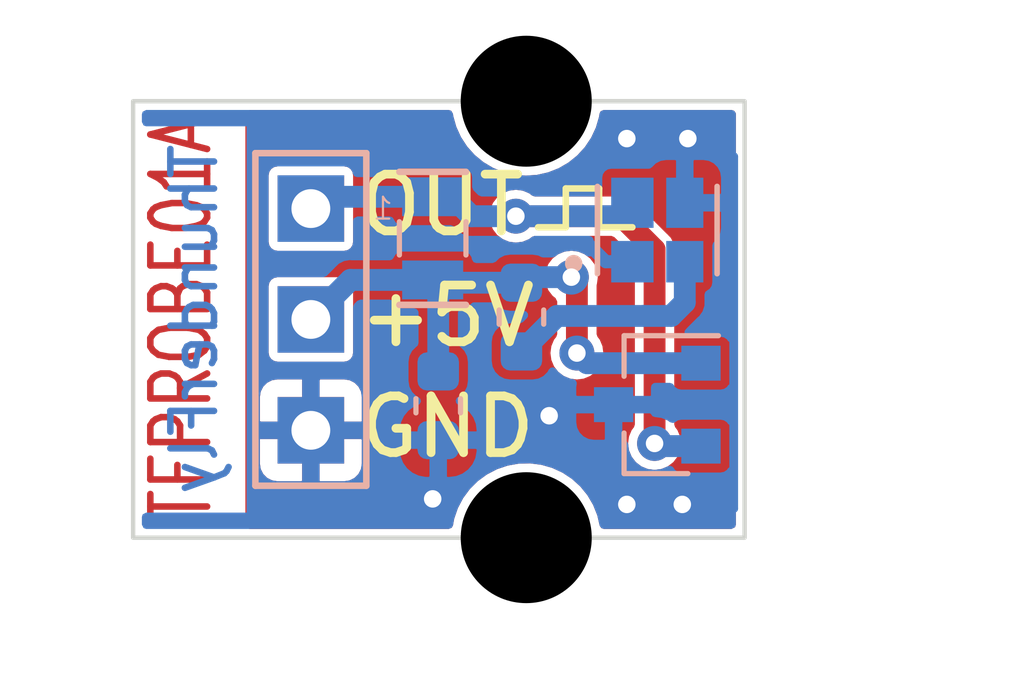
<source format=kicad_pcb>
(kicad_pcb (version 20201002) (generator pcbnew)

  (general
    (thickness 1.6)
  )

  (paper "A4")
  (layers
    (0 "F.Cu" signal)
    (31 "B.Cu" signal)
    (32 "B.Adhes" user "B.Adhesive")
    (33 "F.Adhes" user "F.Adhesive")
    (34 "B.Paste" user)
    (35 "F.Paste" user)
    (36 "B.SilkS" user "B.Silkscreen")
    (37 "F.SilkS" user "F.Silkscreen")
    (38 "B.Mask" user)
    (39 "F.Mask" user)
    (40 "Dwgs.User" user "User.Drawings")
    (41 "Cmts.User" user "User.Comments")
    (42 "Eco1.User" user "User.Eco1")
    (43 "Eco2.User" user "User.Eco2")
    (44 "Edge.Cuts" user)
    (45 "Margin" user)
    (46 "B.CrtYd" user "B.Courtyard")
    (47 "F.CrtYd" user "F.Courtyard")
    (48 "B.Fab" user)
    (49 "F.Fab" user)
    (50 "User.1" user)
    (51 "User.2" user)
    (52 "User.3" user)
    (53 "User.4" user)
    (54 "User.5" user)
    (55 "User.6" user)
    (56 "User.7" user)
    (57 "User.8" user)
    (58 "User.9" user)
  )

  (setup
    (stackup
      (layer "F.SilkS" (type "Top Silk Screen"))
      (layer "F.Paste" (type "Top Solder Paste"))
      (layer "F.Mask" (type "Top Solder Mask") (color "Green") (thickness 0.01))
      (layer "F.Cu" (type "copper") (thickness 0.035))
      (layer "dielectric 1" (type "core") (thickness 1.51) (material "FR4") (epsilon_r 4.5) (loss_tangent 0.02))
      (layer "B.Cu" (type "copper") (thickness 0.035))
      (layer "B.Mask" (type "Bottom Solder Mask") (color "Green") (thickness 0.01))
      (layer "B.Paste" (type "Bottom Solder Paste"))
      (layer "B.SilkS" (type "Bottom Silk Screen"))
      (copper_finish "None")
      (dielectric_constraints no)
    )
    (pcbplotparams
      (layerselection 0x00010e0_ffffffff)
      (disableapertmacros false)
      (usegerberextensions false)
      (usegerberattributes true)
      (usegerberadvancedattributes true)
      (creategerberjobfile true)
      (svguseinch false)
      (svgprecision 6)
      (excludeedgelayer true)
      (plotframeref false)
      (viasonmask false)
      (mode 1)
      (useauxorigin true)
      (hpglpennumber 1)
      (hpglpenspeed 20)
      (hpglpendiameter 15.000000)
      (psnegative false)
      (psa4output false)
      (plotreference true)
      (plotvalue true)
      (plotinvisibletext false)
      (sketchpadsonfab false)
      (subtractmaskfromsilk false)
      (outputformat 1)
      (mirror false)
      (drillshape 0)
      (scaleselection 1)
      (outputdirectory "../cam_profi/")
    )
  )


  (net 0 "")
  (net 1 "+5V")
  (net 2 "GND")
  (net 3 "/COUNT")
  (net 4 "Net-(R1-Pad2)")

  (module "Mlab_Mechanical:dira_3mm" (layer "F.Cu") (tedit 5F9ABF68) (tstamp 56e47677-8c0b-43f7-9577-991844c98171)
    (at 8.89 -10.033)
    (property "Sheet file" "C:/Chroust/stare/TF_G/OPTMAGPROBE01/hw/sch_pcb/OPTMAGPROBE01A.kicad_sch")
    (property "Sheet name" "")
    (path "/196227d8-be2a-4b6f-852b-6ff909ae9882")
    (attr through_hole)
    (fp_text reference "M3" (at 0 -0.5 unlocked) (layer "F.SilkS") hide
      (effects (font (size 1 1) (thickness 0.15)))
      (tstamp 9fac237d-9e9b-4dc0-b00b-2c9abe972b3b)
    )
    (fp_text value "HOLE" (at 0 1 unlocked) (layer "F.Fab") hide
      (effects (font (size 1 1) (thickness 0.15)))
      (tstamp aaf139c8-ea2d-4130-9d27-cbe20278733a)
    )
    (fp_text user "2" (at 0 2.5 unlocked) (layer "F.Fab") hide
      (effects (font (size 1 1) (thickness 0.15)))
      (tstamp f8c1cee2-3e07-4f10-8cd9-250d96709fee)
    )
    (pad "" np_thru_hole circle (at 0.11 0.033) (size 3 3) (drill 3) (layers *.Mask) (tstamp 9a595313-588a-409f-a7ba-9085dc25255a))
  )

  (module "Mlab_Mechanical:dira_3mm" (layer "F.Cu") (tedit 5F9AADEB) (tstamp 90077a77-46dd-45fb-9269-10e0de11cc16)
    (at 9 0)
    (property "Sheet file" "C:/Chroust/stare/TF_G/OPTMAGPROBE01/hw/sch_pcb/OPTMAGPROBE01A.kicad_sch")
    (property "Sheet name" "")
    (path "/3b547b03-2d6f-403a-a314-16fe37d96cd6")
    (attr through_hole)
    (fp_text reference "M4" (at 0 -0.5 unlocked) (layer "F.SilkS") hide
      (effects (font (size 1 1) (thickness 0.15)))
      (tstamp 64fe6498-d04e-4d0f-97c7-65ee0ea80220)
    )
    (fp_text value "HOLE" (at 0 1 unlocked) (layer "F.Fab") hide
      (effects (font (size 1 1) (thickness 0.15)))
      (tstamp abe4326c-62a9-4647-8cb8-2809f814037d)
    )
    (fp_text user "1" (at 0 2.5 unlocked) (layer "F.Fab") hide
      (effects (font (size 1 1) (thickness 0.15)))
      (tstamp c93808a1-ee21-479d-a3ae-c1f3fdc396ed)
    )
    (pad "" np_thru_hole circle (at 0 0) (size 3 3) (drill 3) (layers *.Mask) (tstamp 113c40a2-e9ee-49e8-b67a-aca9655a0a53))
  )

  (module "Mlab_R:SMD-0603" (layer "B.Cu") (tedit 5C62CBF2) (tstamp 12a804ff-ed16-49d2-95ce-8a2ac0f88c8c)
    (at 8.89 -5.0545 -90)
    (descr "Resistor SMD 0603 (1608 Metric), square (rectangular) end terminal, IPC_7351 nominal, (Body size source: http://www.tortai-tech.com/upload/download/2011102023233369053.pdf), generated with kicad-footprint-generator")
    (tags "resistor")
    (property "Sheet file" "C:/Chroust/stare/TF_G/OPTMAGPROBE01/hw/sch_pcb/OPTMAGPROBE01A.kicad_sch")
    (property "Sheet name" "")
    (path "/9e12790b-cec9-4dd8-a3af-c20d5c11d549")
    (attr smd)
    (fp_text reference "R1" (at 0 1.43 -270) (layer "B.SilkS") hide
      (effects (font (size 1 1) (thickness 0.15)) (justify mirror))
      (tstamp 440ec7f5-e431-4034-a5c7-0e92d58b2e50)
    )
    (fp_text value "180R" (at 0 -1.43 -270) (layer "B.Fab") hide
      (effects (font (size 1 1) (thickness 0.15)) (justify mirror))
      (tstamp 79e89948-a5d1-417a-8e1c-6e2dcc53e584)
    )
    (fp_text user "${REFERENCE}" (at 0 0 -270) (layer "B.Fab")
      (effects (font (size 0.4 0.4) (thickness 0.06)) (justify mirror))
      (tstamp d690b4eb-8ea8-476b-a9de-f20b6a80069c)
    )
    (fp_line (start -0.162779 -0.51) (end 0.162779 -0.51) (layer "B.SilkS") (width 0.12) (tstamp d01c8536-c85a-4fea-98ef-91e46216a433))
    (fp_line (start -0.162779 0.51) (end 0.162779 0.51) (layer "B.SilkS") (width 0.12) (tstamp e4c738f4-3ea7-4863-b6e2-830ecf12461e))
    (fp_line (start -1.48 -0.73) (end -1.48 0.73) (layer "B.CrtYd") (width 0.05) (tstamp 13548af9-0718-4b3b-8268-d3b2380f6863))
    (fp_line (start 1.48 -0.73) (end -1.48 -0.73) (layer "B.CrtYd") (width 0.05) (tstamp 7ff0ae96-3a8f-4a0e-9e21-df025741190f))
    (fp_line (start -1.48 0.73) (end 1.48 0.73) (layer "B.CrtYd") (width 0.05) (tstamp d24779a3-9ba0-4043-9927-9284d29b3303))
    (fp_line (start 1.48 0.73) (end 1.48 -0.73) (layer "B.CrtYd") (width 0.05) (tstamp fd0d56e8-072e-4202-8c6d-82d51b796640))
    (fp_line (start 0.8 0.4) (end 0.8 -0.4) (layer "B.Fab") (width 0.1) (tstamp 264435ff-e1f7-41f1-ae96-df086ca60f6d))
    (fp_line (start -0.8 0.4) (end 0.8 0.4) (layer "B.Fab") (width 0.1) (tstamp 80eaccaa-be8e-403d-892f-86215f4b7ad0))
    (fp_line (start 0.8 -0.4) (end -0.8 -0.4) (layer "B.Fab") (width 0.1) (tstamp c3deb94c-cb6e-4f2d-b8cf-37aed962696f))
    (fp_line (start -0.8 -0.4) (end -0.8 0.4) (layer "B.Fab") (width 0.1) (tstamp d31383b7-4cc7-4e71-870b-a3f4ec759b12))
    (pad "1" smd roundrect (at -0.7875 0 270) (size 0.875 0.95) (layers "B.Cu" "B.Paste" "B.Mask") (roundrect_rratio 0.25)
      (net 1 "+5V") (tstamp 2e33f2d8-5221-48e9-b0fc-d8ea06070b12))
    (pad "2" smd roundrect (at 0.7875 0 270) (size 0.875 0.95) (layers "B.Cu" "B.Paste" "B.Mask") (roundrect_rratio 0.25)
      (net 4 "Net-(R1-Pad2)") (tstamp a65c2f43-854f-4762-b1c8-f934b201500e))
    (model "${KISYS3DMOD}/Resistor_SMD.3dshapes/R_0603_1608Metric.wrl"
      (offset (xyz 0 0 0))
      (scale (xyz 1 1 1))
      (rotate (xyz 0 0 0))
    )
  )

  (module "Package_TO_SOT_SMD:SOT-23" (layer "B.Cu") (tedit 5A02FF57) (tstamp 1e069433-40c3-442c-a0ab-5d3593c99531)
    (at 12 -3.048 180)
    (descr "SOT-23, Standard")
    (tags "SOT-23")
    (property "Sheet file" "C:/Chroust/stare/TF_G/OPTMAGPROBE01/hw/sch_pcb/OPTMAGPROBE01A.kicad_sch")
    (property "Sheet name" "")
    (path "/a7f3953c-82c9-48f9-af66-14b131e92525")
    (attr smd)
    (fp_text reference "U1" (at -0.065 0 90) (layer "B.SilkS") hide
      (effects (font (size 1 1) (thickness 0.15)) (justify mirror))
      (tstamp 3af7ab49-cd6b-45fc-8812-348ddb7b8e8f)
    )
    (fp_text value "AH3572" (at 0 -2.5) (layer "B.Fab") hide
      (effects (font (size 1 1) (thickness 0.15)) (justify mirror))
      (tstamp fede6f46-15cf-4924-af0f-a402fa97f73e)
    )
    (fp_text user "${REFERENCE}" (at 0 -0.159 270) (layer "B.Fab")
      (effects (font (size 0.5 0.5) (thickness 0.075)) (justify mirror))
      (tstamp 8688ca3b-c82d-456b-af2b-7145723a4c4a)
    )
    (fp_line (start 0.76 -1.58) (end -0.7 -1.58) (layer "B.SilkS") (width 0.12) (tstamp 677910b6-820a-4bf7-9c66-df77d2f1dbb2))
    (fp_line (start 0.76 -1.58) (end 0.76 -0.65) (layer "B.SilkS") (width 0.12) (tstamp a1c30acc-bb97-496e-9330-ec1b1d8fe572))
    (fp_line (start 0.76 1.58) (end 0.76 0.65) (layer "B.SilkS") (width 0.12) (tstamp bfe30c4b-6207-472c-b2d4-1773560c2ef5))
    (fp_line (start 0.76 1.58) (end -1.4 1.58) (layer "B.SilkS") (width 0.12) (tstamp cdca18ab-c2e1-440b-a4de-f146c25a74f3))
    (fp_line (start -1.7 1.75) (end 1.7 1.75) (layer "B.CrtYd") (width 0.05) (tstamp 14682707-d394-4f25-8a05-8ced152b198d))
    (fp_line (start 1.7 1.75) (end 1.7 -1.75) (layer "B.CrtYd") (width 0.05) (tstamp 5e5eb852-78ac-477b-8e1f-6c1fc2cc4e8f))
    (fp_line (start 1.7 -1.75) (end -1.7 -1.75) (layer "B.CrtYd") (width 0.05) (tstamp 8cc2c447-77a4-408c-8b37-ab75758b5941))
    (fp_line (start -1.7 -1.75) (end -1.7 1.75) (layer "B.CrtYd") (width 0.05) (tstamp dfff2472-c0d2-4d07-a016-926ea119ce2d))
    (fp_line (start -0.7 0.95) (end -0.7 -1.5) (layer "B.Fab") (width 0.1) (tstamp 45820504-c6a3-4c79-8fba-ccd2bad782b2))
    (fp_line (start -0.7 0.95) (end -0.15 1.52) (layer "B.Fab") (width 0.1) (tstamp 5f6db468-0a91-454a-bdae-747ce27770f8))
    (fp_line (start -0.15 1.52) (end 0.7 1.52) (layer "B.Fab") (width 0.1) (tstamp a438cfee-4749-4d45-b851-0c7cf672f6ae))
    (fp_line (start 0.7 1.52) (end 0.7 -1.52) (layer "B.Fab") (width 0.1) (tstamp b1f6106c-1377-4df9-9cb7-cf984341cdec))
    (fp_line (start -0.7 -1.52) (end 0.7 -1.52) (layer "B.Fab") (width 0.1) (tstamp c6407950-b3e1-4beb-96dc-6173458a2f34))
    (pad "1" smd rect (at -1 0.95 180) (size 0.9 0.8) (layers "B.Cu" "B.Paste" "B.Mask")
      (net 1 "+5V") (pinfunction "VDD") (tstamp 924acfd4-a450-4dc3-be76-de89152f7c10))
    (pad "2" smd rect (at -1 -0.95 180) (size 0.9 0.8) (layers "B.Cu" "B.Paste" "B.Mask")
      (net 3 "/COUNT") (pinfunction "OUT") (tstamp f4199b9d-0e96-490c-a96e-922cdb32cc56))
    (pad "3" smd rect (at 1 0 180) (size 0.9 0.8) (layers "B.Cu" "B.Paste" "B.Mask")
      (net 2 "GND") (pinfunction "GND") (tstamp 4e002ea0-f972-47a8-a3f0-245d77b07ed0))
    (model "${KISYS3DMOD}/Package_TO_SOT_SMD.3dshapes/SOT-23.wrl"
      (offset (xyz 0 0 0))
      (scale (xyz 1 1 1))
      (rotate (xyz 0 0 0))
    )
  )

  (module "Mlab_R:SMD-0603" (layer "B.Cu") (tedit 5C62CBF2) (tstamp 378994b2-6a2d-4498-98e7-656d84b6070d)
    (at 6.985 -3.0225 -90)
    (descr "Resistor SMD 0603 (1608 Metric), square (rectangular) end terminal, IPC_7351 nominal, (Body size source: http://www.tortai-tech.com/upload/download/2011102023233369053.pdf), generated with kicad-footprint-generator")
    (tags "resistor")
    (property "Sheet file" "C:/Chroust/stare/TF_G/OPTMAGPROBE01/hw/sch_pcb/OPTMAGPROBE01A.kicad_sch")
    (property "Sheet name" "")
    (path "/ac907e1c-aaef-41d8-ab58-f926b0e3502f")
    (attr smd)
    (fp_text reference "C1" (at 0 1.43 -270) (layer "B.SilkS") hide
      (effects (font (size 1 1) (thickness 0.15)) (justify mirror))
      (tstamp 28a9c17a-f213-4c98-87e8-3b88fc15444b)
    )
    (fp_text value "100nF" (at 0 -1.43 -270) (layer "B.Fab") hide
      (effects (font (size 1 1) (thickness 0.15)) (justify mirror))
      (tstamp 19138f9a-eae5-4b50-b6d1-21c975b94c4d)
    )
    (fp_text user "${REFERENCE}" (at 0 0 -270) (layer "B.Fab")
      (effects (font (size 0.4 0.4) (thickness 0.06)) (justify mirror))
      (tstamp febf9e36-03a6-4c5b-a566-b4a6e2bd32e0)
    )
    (fp_line (start -0.162779 -0.51) (end 0.162779 -0.51) (layer "B.SilkS") (width 0.12) (tstamp a150d794-5aa0-4d49-8dbf-414f38d89c14))
    (fp_line (start -0.162779 0.51) (end 0.162779 0.51) (layer "B.SilkS") (width 0.12) (tstamp bbaacbc5-5bcb-4f68-9e38-19033a2f6f8d))
    (fp_line (start 1.48 -0.73) (end -1.48 -0.73) (layer "B.CrtYd") (width 0.05) (tstamp 00254b0e-279e-4d79-9ffd-a8e7048fc811))
    (fp_line (start -1.48 0.73) (end 1.48 0.73) (layer "B.CrtYd") (width 0.05) (tstamp 50f57b36-991f-449b-be38-d50a31064a60))
    (fp_line (start -1.48 -0.73) (end -1.48 0.73) (layer "B.CrtYd") (width 0.05) (tstamp 8c15edb8-05b2-4c96-9b72-c5c808e49c85))
    (fp_line (start 1.48 0.73) (end 1.48 -0.73) (layer "B.CrtYd") (width 0.05) (tstamp d02ffcf0-16b5-499c-a3a5-b2c55f16963c))
    (fp_line (start 0.8 -0.4) (end -0.8 -0.4) (layer "B.Fab") (width 0.1) (tstamp 766f635f-4060-4e41-9d6a-b4bc6872c5ad))
    (fp_line (start 0.8 0.4) (end 0.8 -0.4) (layer "B.Fab") (width 0.1) (tstamp c25e6102-aa41-49c0-8124-ebd365db4294))
    (fp_line (start -0.8 -0.4) (end -0.8 0.4) (layer "B.Fab") (width 0.1) (tstamp edd8f77d-e2f5-4313-aef5-b75ad17a367e))
    (fp_line (start -0.8 0.4) (end 0.8 0.4) (layer "B.Fab") (width 0.1) (tstamp f5b54bff-26d5-407b-8f2a-73578e7c6a4f))
    (pad "1" smd roundrect (at -0.7875 0 270) (size 0.875 0.95) (layers "B.Cu" "B.Paste" "B.Mask") (roundrect_rratio 0.25)
      (net 1 "+5V") (tstamp 0a3d5979-1671-47e4-b8d5-6047eaf539ae))
    (pad "2" smd roundrect (at 0.7875 0 270) (size 0.875 0.95) (layers "B.Cu" "B.Paste" "B.Mask") (roundrect_rratio 0.25)
      (net 2 "GND") (tstamp 7d0f52c7-4b61-4088-b9ef-9e730085efeb))
    (model "${KISYS3DMOD}/Resistor_SMD.3dshapes/R_0603_1608Metric.wrl"
      (offset (xyz 0 0 0))
      (scale (xyz 1 1 1))
      (rotate (xyz 0 0 0))
    )
  )

  (module "Mlab_R:SMD-0805" (layer "B.Cu") (tedit 5F9A9216) (tstamp 72d28d2f-2919-4936-a9ba-66e8379edab3)
    (at 6.858 -6.858 90)
    (property "Sheet file" "C:/Chroust/stare/TF_G/OPTMAGPROBE01/hw/sch_pcb/OPTMAGPROBE01A.kicad_sch")
    (property "Sheet name" "")
    (path "/dc0b4ba4-1c58-4194-aa69-1071feb9bfda")
    (attr smd)
    (fp_text reference "R2" (at 0 0.3175 90) (layer "B.Fab")
      (effects (font (size 0.50038 0.50038) (thickness 0.10922)) (justify mirror))
      (tstamp 51df30c3-f317-4460-b30a-5fb8540dcfe5)
    )
    (fp_text value "-" (at 0.127 -0.381 90) (layer "B.Fab")
      (effects (font (size 0.50038 0.50038) (thickness 0.10922)) (justify mirror))
      (tstamp 74ee4263-ab77-4d9b-a83c-4df479caa04f)
    )
    (fp_line (start -0.381 0.762) (end 0.381 0.762) (layer "B.SilkS") (width 0.12) (tstamp 004d0136-e250-4920-8de2-a0be0b37f2f3))
    (fp_line (start 1.524 0.762) (end 1.524 -0.762) (layer "B.SilkS") (width 0.15) (tstamp 18a9ce20-fe79-4601-9f26-cf3bc87d9b74))
    (fp_line (start -1.524 -0.762) (end -1.524 0.762) (layer "B.SilkS") (width 0.15) (tstamp e7362c91-620d-4a08-b6cb-0dbfe7426385))
    (fp_line (start -0.381 -0.762) (end 0.381 -0.762) (layer "B.SilkS") (width 0.12) (tstamp f5cacfe6-e6f9-4126-8a9e-c1b2b81b19e4))
    (fp_line (start 1.524 0.762) (end 1.524 -0.762) (layer "B.Fab") (width 0.15) (tstamp 0f0c5b2a-c56b-4888-8d6f-85f61b683ad4))
    (fp_line (start -1.524 0.762) (end -0.508 0.762) (layer "B.Fab") (width 0.15) (tstamp 2490cb6d-5b6d-406e-a4c4-164dbbc2d118))
    (fp_line (start -0.508 -0.762) (end -1.524 -0.762) (layer "B.Fab") (width 0.15) (tstamp 5ef757f3-70ef-4a9c-950f-f5e045b739f1))
    (fp_line (start 1.524 -0.762) (end 0.508 -0.762) (layer "B.Fab") (width 0.15) (tstamp afe3f7e2-31af-42a4-85bc-a7048e5357ad))
    (fp_line (start 0.508 0.762) (end 1.524 0.762) (layer "B.Fab") (width 0.15) (tstamp b633bf51-d9a1-4dde-9bd0-301ea59c2062))
    (fp_line (start -1.524 -0.762) (end -1.524 0.762) (layer "B.Fab") (width 0.15) (tstamp bd0b4caf-e65d-49f6-af89-00fb97a8e220))
    (pad "1" smd rect (at -0.9525 0 90) (size 0.889 1.397) (layers "B.Cu" "B.Paste" "B.Mask")
      (net 1 "+5V") (tstamp 57be02fb-07a0-451f-b2ef-4f89874c2e8b))
    (pad "2" smd rect (at 0.9525 0 90) (size 0.889 1.397) (layers "B.Cu" "B.Paste" "B.Mask")
      (net 3 "/COUNT") (tstamp b532a92a-6a41-43fe-aea5-1d932d1d9141))
    (model "${KISYS3DMOD}/Resistor_SMD.3dshapes/R_0805_2012Metric.wrl"
      (offset (xyz 0 0 0))
      (scale (xyz 1 1 1))
      (rotate (xyz 0 0 0))
    )
  )

  (module "Mlab_IO:XDCR_VCNT2020" (layer "B.Cu") (tedit 5F9EE3E9) (tstamp 8c35d8f4-72e8-4872-a7c3-44fef395efd7)
    (at 12 -7.048)
    (property "Field4" "Vishay")
    (property "Field5" "Manufacturer Recommendation")
    (property "Sheet file" "C:/Chroust/stare/TF_G/OPTMAGPROBE01/hw/sch_pcb/OPTMAGPROBE01A.kicad_sch")
    (property "Sheet name" "")
    (path "/08989b57-1670-408e-a8a9-fe966c7c308b")
    (attr through_hole)
    (fp_text reference "U2" (at 0.635 2.667) (layer "B.SilkS") hide
      (effects (font (size 1 1) (thickness 0.015)) (justify mirror))
      (tstamp 06d7efb7-581f-444c-a287-e7a058a88768)
    )
    (fp_text value "VCNT2020" (at 5.715 -2.667) (layer "B.Fab") hide
      (effects (font (size 1 1) (thickness 0.015)) (justify mirror))
      (tstamp 2094c04a-25ba-404f-80d9-3eb6fcf92658)
    )
    (fp_text user "${REFERENCE}" (at -0.062 0 unlocked) (layer "B.Fab")
      (effects (font (size 1 1) (thickness 0.15)) (justify mirror))
      (tstamp 60873b21-8a1a-4991-ae84-82ff4427844c)
    )
    (fp_line (start -1.37 1) (end -1.37 -1) (layer "B.SilkS") (width 0.127) (tstamp 6ee949e3-6042-4b84-bb2b-26050c73a44b))
    (fp_line (start 1.37 1) (end 1.37 -1) (layer "B.SilkS") (width 0.127) (tstamp c66a3c58-de0a-4c78-8bbd-491b766a3871))
    (fp_circle (center -1.91352 0.769763) (end -1.81352 0.769763) (layer "B.SilkS") (width 0.2) (tstamp 67d95976-95e6-4981-9c08-55ff6f3f676b))
    (fp_line (start 1.5 1.45) (end 1.5 -1.45) (layer "B.CrtYd") (width 0.05) (tstamp 7c0991c8-8660-4274-b5ff-2b14e9ac9381))
    (fp_line (start 1.5 1.45) (end -1.5 1.45) (layer "B.CrtYd") (width 0.05) (tstamp 8960d03c-adb1-484a-8ca3-46e7f83f9cdf))
    (fp_line (start 1.5 -1.45) (end -1.5 -1.45) (layer "B.CrtYd") (width 0.05) (tstamp 8c1ed25d-231b-4144-8f27-f9d867e68c99))
    (fp_line (start -1.5 1.45) (end -1.5 -1.45) (layer "B.CrtYd") (width 0.05) (tstamp f94579a6-5e99-47bd-8cb9-5589eae95764))
    (fp_line (start 1.25 -1) (end -1.25 -1) (layer "B.Fab") (width 0.127) (tstamp 25853a44-b42a-42d3-8109-05389cff52ed))
    (fp_line (start -1.25 1) (end -1.25 -1) (layer "B.Fab") (width 0.127) (tstamp 4a318709-f9b6-4b98-a5cd-e47c02069514))
    (fp_line (start 1.25 1) (end -1.25 1) (layer "B.Fab") (width 0.127) (tstamp 809b28aa-e40b-45df-bc8e-3e67aaa57c2b))
    (fp_line (start 1.25 1) (end 1.25 -1) (layer "B.Fab") (width 0.127) (tstamp f30fd9a9-29ea-403b-8206-968002d9b171))
    (fp_circle (center -1.91352 0.769763) (end -1.81352 0.769763) (layer "B.Fab") (width 0.2) (tstamp 02b27281-e9ab-4c66-8802-18d69a22f8cf))
    (pad "1" smd rect (at -0.57 0.725) (size 0.97 0.95) (layers "B.Cu" "B.Paste" "B.Mask")
      (net 2 "GND") (tstamp 02a5e088-7b54-41a1-975d-f5c648890013))
    (pad "2" smd rect (at -0.57 -0.625) (size 0.97 1.15) (layers "B.Cu" "B.Paste" "B.Mask")
      (net 3 "/COUNT") (tstamp 15121333-5aee-40b7-a66c-99d1d6fd9f82))
    (pad "3" smd rect (at 0.63 0.725) (size 0.85 0.95) (layers "B.Cu" "B.Paste" "B.Mask")
      (net 4 "Net-(R1-Pad2)") (tstamp 6f32d9bc-fad5-4bb0-adcc-b211c604f277))
    (pad "4" smd rect (at 0.63 -0.625) (size 0.85 1.15) (layers "B.Cu" "B.Paste" "B.Mask")
      (net 2 "GND") (tstamp 6c2a87b7-0639-4006-b0fc-bb9eeeb1c515))
    (model "${KISYS3DMOD_MLAB}/VISHAY_VCNT2020.step"
      (offset (xyz 0 0 0))
      (scale (xyz 1 1 1))
      (rotate (xyz 0 0 0))
    )
  )

  (module "Mlab_Pin_Headers:Straight_1x03" locked (layer "B.Cu") (tedit 5F9ABD97) (tstamp b2df6ceb-bfd6-46da-9391-f6208d3257be)
    (at 4.069 -5 180)
    (descr "pin header straight 1x03")
    (tags "pin header straight 1x03")
    (property "Sheet file" "C:/Chroust/stare/TF_G/OPTMAGPROBE01/hw/sch_pcb/OPTMAGPROBE01A.kicad_sch")
    (property "Sheet name" "")
    (path "/d81e7dca-ab0d-4e13-984a-1c5b00f3383c")
    (attr through_hole)
    (fp_text reference "J1" (at 0 5.08 180) (layer "B.SilkS") hide
      (effects (font (size 1.5 1.5) (thickness 0.15)) (justify mirror))
      (tstamp 0360a17e-7a6b-45c7-bc4c-1d531836c780)
    )
    (fp_text value "HEADER_1x03" (at 0 -5.08 180) (layer "B.SilkS") hide
      (effects (font (size 1.5 1.5) (thickness 0.15)) (justify mirror))
      (tstamp a7786078-3591-4f5c-bc0f-439c5de19227)
    )
    (fp_text user "1" (at -1.651 2.54 180) (layer "B.SilkS")
      (effects (font (size 0.5 0.5) (thickness 0.05)) (justify mirror))
      (tstamp 37f8df61-abe8-4d5f-8b92-42a5cc1e0f22)
    )
    (fp_line (start 1.27 -3.81) (end -1.27 -3.81) (layer "B.SilkS") (width 0.15) (tstamp 394926cc-b756-470f-8661-e2d69a43ff17))
    (fp_line (start 1.27 3.81) (end 1.27 -3.81) (layer "B.SilkS") (width 0.15) (tstamp b4b62924-490c-4c3e-80ea-21066469a747))
    (fp_line (start -1.27 3.81) (end 1.27 3.81) (layer "B.SilkS") (width 0.15) (tstamp cd100654-35d9-467f-ab85-7b6312a33e1e))
    (fp_line (start -1.27 -3.81) (end -1.27 3.81) (layer "B.SilkS") (width 0.15) (tstamp f2ff51e8-a90b-4000-87b1-7fe02801de4c))
    (fp_line (start -1.27 -3.81) (end -1.27 3.81) (layer "B.Fab") (width 0.15) (tstamp 6c0cfadf-9ac4-4c32-97ec-618b1832ceb7))
    (fp_line (start 1.27 -3.81) (end -1.27 -3.81) (layer "B.Fab") (width 0.15) (tstamp a981c5e2-1ec3-44df-9c3f-7bc50fa7f04c))
    (fp_line (start 1.27 3.81) (end 1.27 -3.81) (layer "B.Fab") (width 0.15) (tstamp ca574c21-1024-45bd-bae5-b9194f0557f1))
    (fp_line (start -1.27 3.81) (end 1.27 3.81) (layer "B.Fab") (width 0.15) (tstamp da9ea73a-8a78-44c1-bbd3-a04dd4c338c9))
    (pad "1" thru_hole rect (at 0 2.54 180) (size 1.524 1.524) (drill 0.889) (layers *.Cu *.Mask)
      (net 3 "/COUNT") (tstamp 6421529e-ac37-431c-998b-2bd433a938b4))
    (pad "2" thru_hole rect (at 0 0 180) (size 1.524 1.524) (drill 0.889) (layers *.Cu *.Mask)
      (net 1 "+5V") (tstamp bc978b75-fa51-4e2e-8049-ac07e59b8b53))
    (pad "3" thru_hole rect (at 0 -2.54 180) (size 1.524 1.524) (drill 0.889) (layers *.Cu *.Mask)
      (net 2 "GND") (tstamp c91e0e5c-384f-4a83-baa3-31710cdcd2ae))
    (model "${KISYS3DMOD}/Connector_PinHeader_2.54mm.3dshapes/PinHeader_1x03_P2.54mm_Vertical.wrl"
      (offset (xyz 0 2.54 0))
      (scale (xyz 1 1 1))
      (rotate (xyz 0 0 0))
    )
  )

  (gr_line (start 9.906 -8.001) (end 10.668 -8.001) (layer "F.SilkS") (width 0.15) (tstamp 194a0d38-a366-4c37-88d9-72fd0aa5a0c3))
  (gr_line (start 9.271 -7.112) (end 9.906 -7.112) (layer "F.SilkS") (width 0.15) (tstamp 31761ebf-8981-4546-919c-bcd25f2f52c2))
  (gr_line (start 10.668 -8.001) (end 10.668 -7.112) (layer "F.SilkS") (width 0.15) (tstamp 63308f9c-9348-4e02-b073-6269fa6b78a5))
  (gr_line (start 9.906 -7.112) (end 9.906 -8.001) (layer "F.SilkS") (width 0.15) (tstamp 785573a0-3be5-4a94-bdad-7d51dc8ea8da))
  (gr_line (start 10.668 -7.112) (end 11.43 -7.112) (layer "F.SilkS") (width 0.15) (tstamp f5166085-455a-4b21-b152-20fa42cd1e82))
  (gr_rect (start 0 0) (end 14 -10) (layer "Edge.Cuts") (width 0.1) (tstamp 4b58e704-cec7-425c-8f75-4487ded1d908))
  (gr_text "TFPROBE01A" (at 1.1 -5 90) (layer "F.Cu") (tstamp cf5b2775-b1f4-4526-9290-f41c8e2b95bb)
    (effects (font (size 1.3 1) (thickness 0.15)))
  )
  (gr_text "ThunderFly" (at 1.397 -5 90) (layer "B.Cu") (tstamp 77f9dc0a-1e99-4f08-8c82-0902854ebda1)
    (effects (font (size 1 1) (thickness 0.15)) (justify mirror))
  )
  (gr_text "GND" (at 5.08 -2.54) (layer "F.SilkS") (tstamp 9ce32d00-c99e-409e-8bf0-d6b07bb491f7)
    (effects (font (size 1.3 1.3) (thickness 0.2)) (justify left))
  )
  (gr_text "OUT" (at 5.08 -7.62) (layer "F.SilkS") (tstamp b7b729fd-563d-427e-bf01-c516982f5600)
    (effects (font (size 1.3 1.3) (thickness 0.2)) (justify left))
  )
  (gr_text "+5V" (at 5.08 -5.08) (layer "F.SilkS") (tstamp cd988095-883a-4c4d-a0cf-2717a2a286dc)
    (effects (font (size 1.3 1.3) (thickness 0.2)) (justify left))
  )
  (dimension (type aligned) (layer "Cmts.User") (tstamp 2908213f-c696-41a7-9ce3-d10d54757d7c)
    (pts (xy 14 -10) (xy 14 0))
    (height -2.637)
    (gr_text "10.0000 mm" (at 17.787 -5 270) (layer "Cmts.User") (tstamp 2908213f-c696-41a7-9ce3-d10d54757d7c)
      (effects (font (size 1 1) (thickness 0.15)))
    )
    (format (units 2) (units_format 1) (precision 4))
    (style (thickness 0.15) (arrow_length 1.27) (text_position_mode 0) (extension_height 0.58642) (extension_offset 0.5) keep_text_aligned)
  )
  (dimension (type aligned) (layer "Cmts.User") (tstamp d13963cf-687e-4261-985e-299390312a2c)
    (pts (xy 0 0) (xy 14 0))
    (height 2.921)
    (gr_text "14.0000 mm" (at 7 4.071) (layer "Cmts.User") (tstamp d13963cf-687e-4261-985e-299390312a2c)
      (effects (font (size 1 1) (thickness 0.15)))
    )
    (format (units 2) (units_format 1) (precision 4))
    (style (thickness 0.15) (arrow_length 1.27) (text_position_mode 0) (extension_height 0.58642) (extension_offset 0.5) keep_text_aligned)
  )

  (segment (start 10.16 -5.842) (end 10.033 -5.969) (width 0.5) (layer "F.Cu") (net 1) (tstamp 52a97bce-c725-49b1-b185-c610fdbf16b9))
  (segment (start 10.16 -4.23) (end 10.16 -5.842) (width 0.5) (layer "F.Cu") (net 1) (tstamp b87b835e-48d1-4f69-ae29-a2ab8febdf48))
  (via (at 10.033 -5.969) (size 0.8) (drill 0.4) (layers "F.Cu" "B.Cu") (net 1) (tstamp 08fa310c-ea53-4895-b53d-2e386d0dd562))
  (via (at 10.16 -4.23) (size 0.8) (drill 0.4) (layers "F.Cu" "B.Cu") (net 1) (tstamp f1960701-c8c0-42ca-91ee-6400b8e17ee2))
  (segment (start 8.89 -5.842) (end 6.9215 -5.842) (width 0.5) (layer "B.Cu") (net 1) (tstamp 30d322b7-fe07-4a7e-8bbd-816b74d364b7))
  (segment (start 10.392 -3.998) (end 10.16 -4.23) (width 0.5) (layer "B.Cu") (net 1) (tstamp 3cb40ed5-dd5d-4fad-bbdf-e64ee5038085))
  (segment (start 6.985 -5.7785) (end 6.858 -5.9055) (width 0.5) (layer "B.Cu") (net 1) (tstamp 835125df-9e27-4a01-96d7-a50f170b7227))
  (segment (start 13 -3.998) (end 10.392 -3.998) (width 0.5) (layer "B.Cu") (net 1) (tstamp 888e8e5b-32f4-42d6-abed-1618cc91b268))
  (segment (start 6.9215 -5.842) (end 6.858 -5.9055) (width 0.5) (layer "B.Cu") (net 1) (tstamp 981003a1-66a7-4f38-a835-c5138027db19))
  (segment (start 9.017 -5.969) (end 8.89 -5.842) (width 0.5) (layer "B.Cu") (net 1) (tstamp a5fd9a40-d260-46a1-8924-25095f574076))
  (segment (start 6.985 -3.81) (end 6.985 -5.7785) (width 0.5) (layer "B.Cu") (net 1) (tstamp ae38ed9f-a9c2-4453-8214-9642ef83719f))
  (segment (start 4.9745 -5.9055) (end 4.069 -5) (width 0.5) (layer "B.Cu") (net 1) (tstamp b9adf2cb-5da8-4513-96b5-f2a8c3ce8b3c))
  (segment (start 6.858 -5.9055) (end 4.9745 -5.9055) (width 0.5) (layer "B.Cu") (net 1) (tstamp cfca5d06-ec5f-4f94-8921-94b8a27e1c1f))
  (segment (start 10.033 -5.969) (end 9.017 -5.969) (width 0.5) (layer "B.Cu") (net 1) (tstamp d8225fce-d206-4f39-a212-79e793d6a54b))
  (via (at 11.303 -0.762) (size 0.8) (drill 0.4) (layers "F.Cu" "B.Cu") (net 2) (tstamp 194b1269-4e1f-403d-b2a8-58e23d4531c2))
  (via (at 9.525 -2.794) (size 0.8) (drill 0.4) (layers "F.Cu" "B.Cu") (net 2) (tstamp 319499be-e9c2-4ab4-a4fd-8227066a5c22))
  (via (at 11.303 -9.144) (size 0.8) (drill 0.4) (layers "F.Cu" "B.Cu") (net 2) (tstamp 6562ba55-9eb9-466a-9d0a-ecd06e76cb67))
  (via (at 12.7 -9.144) (size 0.8) (drill 0.4) (layers "F.Cu" "B.Cu") (net 2) (tstamp 83858109-2b28-4cf7-b47d-90a600b60a10))
  (via (at 12.573 -0.762) (size 0.8) (drill 0.4) (layers "F.Cu" "B.Cu") (net 2) (tstamp bd650164-899c-4773-b358-be8c9b99a7a3))
  (via (at 6.858 -0.889) (size 0.8) (drill 0.4) (layers "F.Cu" "B.Cu") (net 2) (tstamp c324e412-fad3-4239-a3db-395ee1fdea92))
  (segment (start 13.75001 -8.72899) (end 13.75001 -0.66901) (width 0.2) (layer "B.Cu") (net 2) (tstamp 7268d5da-1062-4e9b-b54a-5b8ef2cb9879))
  (segment (start 10.822 -6.323) (end 10.414 -6.731) (width 0.3) (layer "B.Cu") (net 2) (tstamp 75598147-22a2-4147-a41c-1e976a606aaa))
  (segment (start 11.43 -6.323) (end 10.822 -6.323) (width 0.3) (layer "B.Cu") (net 2) (tstamp 9c7435a1-5d31-4a71-8edd-f18357391aca))
  (segment (start 13.335 -9.144) (end 13.75001 -8.72899) (width 0.2) (layer "B.Cu") (net 2) (tstamp a3aa46c5-b75e-4709-b563-a19ecbab012d))
  (segment (start 10.414 -6.731) (end 9.271 -6.731) (width 0.3) (layer "B.Cu") (net 2) (tstamp aa1ff164-ebd2-421c-9217-39ca6393d836))
  (segment (start 13.65702 -0.762) (end 12.573 -0.762) (width 0.2) (layer "B.Cu") (net 2) (tstamp e26b366b-484b-4b65-8b7a-6a7a2d306947))
  (segment (start 13.75001 -0.66901) (end 13.65702 -0.762) (width 0.2) (layer "B.Cu") (net 2) (tstamp f2b1712f-5788-45a0-be2b-0086f00276c3))
  (segment (start 12.7 -9.144) (end 13.335 -9.144) (width 0.2) (layer "B.Cu") (net 2) (tstamp fc9bf196-44a6-4f4b-abbb-ec79da7f0c83))
  (segment (start 11.176 -7.366) (end 8.763 -7.366) (width 0.5) (layer "F.Cu") (net 3) (tstamp 0c7bf5b9-6cb2-477b-a2ec-f5c0cddb70bd))
  (segment (start 11.938 -2.159) (end 11.938 -6.604) (width 0.5) (layer "F.Cu") (net 3) (tstamp 5aeee9ea-2f13-4468-bd7c-e4021a63c0c8))
  (segment (start 11.938 -6.604) (end 11.176 -7.366) (width 0.5) (layer "F.Cu") (net 3) (tstamp b02e324a-e61b-478d-b5d4-2d7a060c08d2))
  (via (at 8.763 -7.366) (size 0.8) (drill 0.4) (layers "F.Cu" "B.Cu") (net 3) (tstamp 32f833d1-2343-4c7a-a526-0a70d6278f45))
  (via (at 11.938 -2.159) (size 0.8) (drill 0.4) (layers "F.Cu" "B.Cu") (net 3) (tstamp 7eb3b75a-9f9d-4345-b693-f02528c72222))
  (segment (start 6.858 -7.8105) (end 4.3395 -7.8105) (width 0.5) (layer "B.Cu") (net 3) (tstamp 15cd9b73-ea02-426d-9445-9ad7c3667e61))
  (segment (start 7.3025 -7.8105) (end 7.747 -7.366) (width 0.5) (layer "B.Cu") (net 3) (tstamp 1d37d859-84af-41cf-85ca-733ae5dd1da1))
  (segment (start 11.2925 -7.8105) (end 11.43 -7.673) (width 0.5) (layer "B.Cu") (net 3) (tstamp 35e33bf7-b707-4d32-b855-9b003dfa8b91))
  (segment (start 6.858 -7.8105) (end 7.3025 -7.8105) (width 0.5) (layer "B.Cu") (net 3) (tstamp 3ea057b1-c403-4889-a633-cfa0bb46ce0d))
  (segment (start 13 -2.098) (end 11.999 -2.098) (width 0.5) (layer "B.Cu") (net 3) (tstamp 5137dca4-cb12-46db-87bc-19e472a2aee8))
  (segment (start 11.999 -2.098) (end 11.938 -2.159) (width 0.5) (layer "B.Cu") (net 3) (tstamp 866f9119-2078-436b-86c3-8c6a1044ddd3))
  (segment (start 4.3395 -7.8105) (end 4.069 -7.54) (width 0.5) (layer "B.Cu") (net 3) (tstamp a1acd0c3-0025-4577-bbd3-866f467f9168))
  (segment (start 8.763 -7.366) (end 11.123 -7.366) (width 0.5) (layer "B.Cu") (net 3) (tstamp bd27212a-429f-49d4-bf30-458cd54ddece))
  (segment (start 7.747 -7.366) (end 8.763 -7.366) (width 0.5) (layer "B.Cu") (net 3) (tstamp c7efa3ef-d5e8-4a04-aade-1670cb66ee7e))
  (segment (start 11.123 -7.366) (end 11.43 -7.673) (width 0.5) (layer "B.Cu") (net 3) (tstamp f8d76482-e088-414f-bc2e-d7a140c900fc))
  (segment (start 11.684 -5.08) (end 9.703 -5.08) (width 0.5) (layer "B.Cu") (net 4) (tstamp 14850230-0aeb-4940-911e-a046014bbdf8))
  (segment (start 11.684 -5.08) (end 12.319 -5.08) (width 0.5) (layer "B.Cu") (net 4) (tstamp 20f80cc9-af37-436a-9048-421fc3406bb6))
  (segment (start 12.63 -5.391) (end 12.63 -6.323) (width 0.5) (layer "B.Cu") (net 4) (tstamp 38b11f66-0c07-46b4-90df-b68a98471020))
  (segment (start 9.703 -5.08) (end 8.89 -4.267) (width 0.5) (layer "B.Cu") (net 4) (tstamp a0094807-7be6-4ca6-b2cc-09ca21e1ba62))
  (segment (start 12.319 -5.08) (end 12.63 -5.391) (width 0.5) (layer "B.Cu") (net 4) (tstamp eb93a205-0578-4c7a-9889-012d571a42b4))

  (zone (net 2) (net_name "GND") (layers F&B.Cu) (tstamp 277822f0-1422-41cd-8395-efe02d6e09e9) (hatch edge 0.508)
    (connect_pads (clearance 0.2))
    (min_thickness 0.2) (filled_areas_thickness no)
    (fill yes (thermal_gap 0.4) (thermal_bridge_width 0.4))
    (polygon
      (pts
        (xy 15.494 1.524)
        (xy -3.048 1.524)
        (xy -2.159 -12.319)
        (xy 15.24 -12.319)
      )
    )
    (filled_polygon
      (layer "F.Cu")
      (pts
        (xy 7.282375 -9.781093)
        (xy 7.322435 -9.713151)
        (xy 7.328638 -9.662994)
        (xy 7.398844 -9.41406)
        (xy 7.505897 -9.17861)
        (xy 7.647333 -8.962062)
        (xy 7.819896 -8.769399)
        (xy 7.822802 -8.767008)
        (xy 8.016712 -8.607444)
        (xy 8.016717 -8.60744)
        (xy 8.019616 -8.605055)
        (xy 8.241897 -8.472811)
        (xy 8.245372 -8.471404)
        (xy 8.245377 -8.471401)
        (xy 8.32575 -8.438847)
        (xy 8.481624 -8.375712)
        (xy 8.485276 -8.374845)
        (xy 8.485277 -8.374845)
        (xy 8.729628 -8.316857)
        (xy 8.729633 -8.316856)
        (xy 8.733279 -8.315991)
        (xy 8.883589 -8.303765)
        (xy 8.98732 -8.295328)
        (xy 8.987323 -8.295328)
        (xy 8.991073 -8.295023)
        (xy 9.066987 -8.300398)
        (xy 9.245322 -8.313025)
        (xy 9.245328 -8.313026)
        (xy 9.249072 -8.313291)
        (xy 9.501339 -8.370373)
        (xy 9.675617 -8.438847)
        (xy 9.738575 -8.463583)
        (xy 9.738577 -8.463584)
        (xy 9.742069 -8.464956)
        (xy 9.814453 -8.507)
        (xy 9.962468 -8.592974)
        (xy 9.962471 -8.592976)
        (xy 9.965723 -8.594865)
        (xy 10.167153 -8.757108)
        (xy 10.341724 -8.947954)
        (xy 10.48542 -9.163009)
        (xy 10.487011 -9.166413)
        (xy 10.593338 -9.393913)
        (xy 10.593341 -9.39392)
        (xy 10.594932 -9.397325)
        (xy 10.600904 -9.417679)
        (xy 10.666682 -9.641897)
        (xy 10.666683 -9.6419)
        (xy 10.667742 -9.645511)
        (xy 10.676965 -9.714179)
        (xy 10.70345 -9.769335)
        (xy 10.775084 -9.8)
        (xy 13.701001 -9.8)
        (xy 13.759192 -9.781093)
        (xy 13.795156 -9.731593)
        (xy 13.800001 -9.701)
        (xy 13.8 -0.299)
        (xy 13.781093 -0.240809)
        (xy 13.701 -0.2)
        (xy 10.77748 -0.2)
        (xy 10.719289 -0.218907)
        (xy 10.681037 -0.276646)
        (xy 10.62783 -0.506197)
        (xy 10.62698 -0.509865)
        (xy 10.531137 -0.750096)
        (xy 10.400059 -0.973067)
        (xy 10.236763 -1.173645)
        (xy 10.104229 -1.293609)
        (xy 10.047795 -1.344691)
        (xy 10.047791 -1.344694)
        (xy 10.045007 -1.347214)
        (xy 9.890832 -1.449067)
        (xy 9.83234 -1.487709)
        (xy 9.832339 -1.487709)
        (xy 9.829202 -1.489782)
        (xy 9.825786 -1.491357)
        (xy 9.597739 -1.596488)
        (xy 9.597734 -1.59649)
        (xy 9.594315 -1.598066)
        (xy 9.345752 -1.669575)
        (xy 9.342034 -1.670055)
        (xy 9.342032 -1.670055)
        (xy 9.252831 -1.681561)
        (xy 9.089233 -1.702663)
        (xy 9.085488 -1.702575)
        (xy 9.085484 -1.702575)
        (xy 8.968057 -1.699808)
        (xy 8.83066 -1.69657)
        (xy 8.826966 -1.695915)
        (xy 8.826963 -1.695915)
        (xy 8.579683 -1.65209)
        (xy 8.579678 -1.652089)
        (xy 8.575984 -1.651434)
        (xy 8.331065 -1.568296)
        (xy 8.302582 -1.5535)
        (xy 8.104881 -1.450803)
        (xy 8.104876 -1.4508)
        (xy 8.10154 -1.449067)
        (xy 7.892691 -1.296492)
        (xy 7.709323 -1.114082)
        (xy 7.707093 -1.111063)
        (xy 7.707088 -1.111057)
        (xy 7.60277 -0.969821)
        (xy 7.555657 -0.906035)
        (xy 7.488952 -0.779249)
        (xy 7.473614 -0.750096)
        (xy 7.435228 -0.677137)
        (xy 7.350808 -0.432657)
        (xy 7.350132 -0.428953)
        (xy 7.32315 -0.281214)
        (xy 7.294096 -0.227367)
        (xy 7.225761 -0.2)
        (xy 2.6685 -0.2)
        (xy 2.610309 -0.218907)
        (xy 2.5695 -0.299)
        (xy 2.5695 -2.251758)
        (xy 2.902 -2.251758)
        (xy 2.902 -1.701893)
        (xy 2.902609 -1.694154)
        (xy 2.920603 -1.580543)
        (xy 2.925358 -1.565908)
        (xy 2.975812 -1.466886)
        (xy 2.984854 -1.454441)
        (xy 3.063441 -1.375854)
        (xy 3.075886 -1.366812)
        (xy 3.174908 -1.316358)
        (xy 3.189543 -1.311603)
        (xy 3.303154 -1.293609)
        (xy 3.310893 -1.293)
        (xy 3.85332 -1.293)
        (xy 3.857598 -1.29439)
        (xy 3.864879 -1.30868)
        (xy 4.268999 -1.30868)
        (xy 4.273121 -1.295995)
        (xy 4.277242 -1.293)
        (xy 4.827107 -1.293)
        (xy 4.834846 -1.293609)
        (xy 4.948457 -1.311603)
        (xy 4.963092 -1.316358)
        (xy 5.062114 -1.366812)
        (xy 5.074559 -1.375854)
        (xy 5.153146 -1.454441)
        (xy 5.162188 -1.466886)
        (xy 5.212642 -1.565908)
        (xy 5.217397 -1.580543)
        (xy 5.235391 -1.694154)
        (xy 5.236 -1.701893)
        (xy 5.236 -2.24432)
        (xy 5.23461 -2.248598)
        (xy 5.212232 -2.26)
        (xy 4.28468 -2.260001)
        (xy 4.271995 -2.255879)
        (xy 4.269 -2.251758)
        (xy 4.268999 -1.30868)
        (xy 3.864879 -1.30868)
        (xy 3.869 -1.316768)
        (xy 3.869001 -2.24432)
        (xy 3.864879 -2.257005)
        (xy 3.860758 -2.26)
        (xy 2.91768 -2.260001)
        (xy 2.904995 -2.255879)
        (xy 2.902 -2.251758)
        (xy 2.5695 -2.251758)
        (xy 2.5695 -3.218107)
        (xy 2.902 -3.218107)
        (xy 2.902 -2.67568)
        (xy 2.90339 -2.671402)
        (xy 2.925768 -2.66)
        (xy 3.85332 -2.659999)
        (xy 3.866005 -2.664121)
        (xy 3.869 -2.668242)
        (xy 3.869 -2.67568)
        (xy 4.268999 -2.67568)
        (xy 4.273121 -2.662995)
        (xy 4.277242 -2.66)
        (xy 5.22032 -2.659999)
        (xy 5.233005 -2.664121)
        (xy 5.236 -2.668242)
        (xy 5.236 -3.218107)
        (xy 5.235391 -3.225846)
        (xy 5.217397 -3.339457)
        (xy 5.212642 -3.354092)
        (xy 5.162188 -3.453114)
        (xy 5.153146 -3.465559)
        (xy 5.074559 -3.544146)
        (xy 5.062114 -3.553188)
        (xy 4.963092 -3.603642)
        (xy 4.948457 -3.608397)
        (xy 4.834846 -3.626391)
        (xy 4.827107 -3.627)
        (xy 4.28468 -3.627)
        (xy 4.280402 -3.62561)
        (xy 4.269 -3.603232)
        (xy 4.268999 -2.67568)
        (xy 3.869 -2.67568)
        (xy 3.869001 -3.61132)
        (xy 3.864879 -3.624005)
        (xy 3.860758 -3.627)
        (xy 3.310893 -3.627)
        (xy 3.303154 -3.626391)
        (xy 3.189543 -3.608397)
        (xy 3.174908 -3.603642)
        (xy 3.075886 -3.553188)
        (xy 3.063441 -3.544146)
        (xy 2.984854 -3.465559)
        (xy 2.975812 -3.453114)
        (xy 2.925358 -3.354092)
        (xy 2.920603 -3.339457)
        (xy 2.902609 -3.225846)
        (xy 2.902 -3.218107)
        (xy 2.5695 -3.218107)
        (xy 2.5695 -5.762)
        (xy 3.102 -5.762)
        (xy 3.102 -4.238)
        (xy 3.117605 -4.15955)
        (xy 3.162043 -4.093043)
        (xy 3.22855 -4.048605)
        (xy 3.307 -4.033)
        (xy 4.831 -4.033)
        (xy 4.90945 -4.048605)
        (xy 4.975957 -4.093043)
        (xy 5.020395 -4.15955)
        (xy 5.036 -4.238)
        (xy 5.036 -5.762)
        (xy 5.020395 -5.84045)
        (xy 4.975957 -5.906957)
        (xy 4.90945 -5.951395)
        (xy 4.831 -5.967)
        (xy 3.307 -5.967)
        (xy 3.22855 -5.951395)
        (xy 3.162043 -5.906957)
        (xy 3.117605 -5.84045)
        (xy 3.102 -5.762)
        (xy 2.5695 -5.762)
        (xy 2.5695 -5.969)
        (xy 9.4275 -5.969)
        (xy 9.448132 -5.812285)
        (xy 9.508622 -5.66625)
        (xy 9.604847 -5.540847)
        (xy 9.61 -5.536893)
        (xy 9.670768 -5.490264)
        (xy 9.709501 -5.411722)
        (xy 9.7095 -4.662636)
        (xy 9.689042 -4.602369)
        (xy 9.635622 -4.53275)
        (xy 9.575132 -4.386715)
        (xy 9.5545 -4.23)
        (xy 9.575132 -4.073285)
        (xy 9.635622 -3.92725)
        (xy 9.731847 -3.801847)
        (xy 9.85725 -3.705622)
        (xy 10.003285 -3.645132)
        (xy 10.132263 -3.628152)
        (xy 10.151569 -3.62561)
        (xy 10.16 -3.6245)
        (xy 10.168432 -3.62561)
        (xy 10.187737 -3.628152)
        (xy 10.316715 -3.645132)
        (xy 10.46275 -3.705622)
        (xy 10.588153 -3.801847)
        (xy 10.684378 -3.92725)
        (xy 10.744868 -4.073285)
        (xy 10.7655 -4.23)
        (xy 10.744868 -4.386715)
        (xy 10.684378 -4.53275)
        (xy 10.630958 -4.602369)
        (xy 10.6105 -4.662636)
        (xy 10.6105 -5.775026)
        (xy 10.613873 -5.800649)
        (xy 10.615384 -5.806288)
        (xy 10.617868 -5.812285)
        (xy 10.6385 -5.969)
        (xy 10.617868 -6.125715)
        (xy 10.557378 -6.27175)
        (xy 10.461153 -6.397153)
        (xy 10.33575 -6.493378)
        (xy 10.189715 -6.553868)
        (xy 10.033 -6.5745)
        (xy 9.876285 -6.553868)
        (xy 9.73025 -6.493378)
        (xy 9.604847 -6.397153)
        (xy 9.508622 -6.27175)
        (xy 9.448132 -6.125715)
        (xy 9.4275 -5.969)
        (xy 2.5695 -5.969)
        (xy 2.5695 -8.302)
        (xy 3.102 -8.302)
        (xy 3.102 -6.778)
        (xy 3.117605 -6.69955)
        (xy 3.162043 -6.633043)
        (xy 3.22855 -6.588605)
        (xy 3.307 -6.573)
        (xy 4.831 -6.573)
        (xy 4.90945 -6.588605)
        (xy 4.975957 -6.633043)
        (xy 5.020395 -6.69955)
        (xy 5.036 -6.778)
        (xy 5.036 -7.366)
        (xy 8.1575 -7.366)
        (xy 8.178132 -7.209285)
        (xy 8.238622 -7.06325)
        (xy 8.334847 -6.937847)
        (xy 8.46025 -6.841622)
        (xy 8.606285 -6.781132)
        (xy 8.763 -6.7605)
        (xy 8.919715 -6.781132)
        (xy 9.06575 -6.841622)
        (xy 9.096647 -6.86533)
        (xy 9.135369 -6.895042)
        (xy 9.195636 -6.9155)
        (xy 10.94839 -6.9155)
        (xy 11.018394 -6.886503)
        (xy 11.458505 -6.446391)
        (xy 11.487501 -6.376388)
        (xy 11.4875 -2.591636)
        (xy 11.467042 -2.531369)
        (xy 11.413622 -2.46175)
        (xy 11.353132 -2.315715)
        (xy 11.3325 -2.159)
        (xy 11.353132 -2.002285)
        (xy 11.413622 -1.85625)
        (xy 11.509847 -1.730847)
        (xy 11.63525 -1.634622)
        (xy 11.720988 -1.599108)
        (xy 11.765808 -1.580543)
        (xy 11.781285 -1.574132)
        (xy 11.938 -1.5535)
        (xy 12.094715 -1.574132)
        (xy 12.110193 -1.580543)
        (xy 12.155012 -1.599108)
        (xy 12.24075 -1.634622)
        (xy 12.366153 -1.730847)
        (xy 12.462378 -1.85625)
        (xy 12.522868 -2.002285)
        (xy 12.5435 -2.159)
        (xy 12.522868 -2.315715)
        (xy 12.462378 -2.46175)
        (xy 12.408958 -2.531369)
        (xy 12.3885 -2.591636)
        (xy 12.3885 -6.572123)
        (xy 12.389186 -6.583759)
        (xy 12.389534 -6.586703)
        (xy 12.393275 -6.618308)
        (xy 12.391946 -6.625585)
        (xy 12.391946 -6.625588)
        (xy 12.382663 -6.676414)
        (xy 12.382152 -6.679482)
        (xy 12.374464 -6.730619)
        (xy 12.373364 -6.737935)
        (xy 12.370239 -6.744443)
        (xy 12.368942 -6.751545)
        (xy 12.364291 -6.7605)
        (xy 12.341707 -6.803975)
        (xy 12.340317 -6.806756)
        (xy 12.314735 -6.860029)
        (xy 12.310631 -6.864469)
        (xy 12.309109 -6.866728)
        (xy 12.306507 -6.871736)
        (xy 12.301474 -6.877629)
        (xy 12.263049 -6.916054)
        (xy 12.260355 -6.918857)
        (xy 12.227822 -6.954051)
        (xy 12.222798 -6.959486)
        (xy 12.216923 -6.962899)
        (xy 12.210042 -6.969061)
        (xy 11.517088 -7.662014)
        (xy 11.509346 -7.670728)
        (xy 11.492394 -7.692232)
        (xy 11.492392 -7.692233)
        (xy 11.487811 -7.698045)
        (xy 11.439165 -7.731666)
        (xy 11.436674 -7.733447)
        (xy 11.3951 -7.764155)
        (xy 11.395097 -7.764157)
        (xy 11.389142 -7.768555)
        (xy 11.382332 -7.770946)
        (xy 11.376392 -7.775052)
        (xy 11.33229 -7.789)
        (xy 11.320016 -7.792882)
        (xy 11.317068 -7.793866)
        (xy 11.268338 -7.810978)
        (xy 11.268337 -7.810978)
        (xy 11.261352 -7.813431)
        (xy 11.255317 -7.813668)
        (xy 11.252636 -7.81419)
        (xy 11.247256 -7.815892)
        (xy 11.241635 -7.816334)
        (xy 11.241632 -7.816335)
        (xy 11.241546 -7.816341)
        (xy 11.239531 -7.8165)
        (xy 11.185204 -7.8165)
        (xy 11.181317 -7.816576)
        (xy 11.180918 -7.816592)
        (xy 11.126017 -7.818749)
        (xy 11.11945 -7.817008)
        (xy 11.110225 -7.8165)
        (xy 9.195636 -7.8165)
        (xy 9.135369 -7.836958)
        (xy 9.070899 -7.886427)
        (xy 9.06575 -7.890378)
        (xy 8.919715 -7.950868)
        (xy 8.763 -7.9715)
        (xy 8.606285 -7.950868)
        (xy 8.46025 -7.890378)
        (xy 8.334847 -7.794153)
        (xy 8.238622 -7.66875)
        (xy 8.178132 -7.522715)
        (xy 8.1575 -7.366)
        (xy 5.036 -7.366)
        (xy 5.036 -8.302)
        (xy 5.020395 -8.38045)
        (xy 4.975957 -8.446957)
        (xy 4.90945 -8.491395)
        (xy 4.831 -8.507)
        (xy 3.307 -8.507)
        (xy 3.22855 -8.491395)
        (xy 3.162043 -8.446957)
        (xy 3.117605 -8.38045)
        (xy 3.102 -8.302)
        (xy 2.5695 -8.302)
        (xy 2.5695 -9.701)
        (xy 2.588407 -9.759191)
        (xy 2.6685 -9.8)
        (xy 7.224184 -9.8)
      )
    )
    (filled_polygon
      (layer "B.Cu")
      (pts
        (xy 7.282375 -9.781093)
        (xy 7.322435 -9.713151)
        (xy 7.328638 -9.662994)
        (xy 7.329659 -9.659375)
        (xy 7.395759 -9.425)
        (xy 7.398844 -9.41406)
        (xy 7.505897 -9.17861)
        (xy 7.647333 -8.962062)
        (xy 7.819896 -8.769399)
        (xy 7.822802 -8.767008)
        (xy 8.016712 -8.607444)
        (xy 8.016717 -8.60744)
        (xy 8.019616 -8.605055)
        (xy 8.02285 -8.603131)
        (xy 8.217137 -8.487542)
        (xy 8.241897 -8.472811)
        (xy 8.245372 -8.471404)
        (xy 8.245377 -8.471401)
        (xy 8.307357 -8.446297)
        (xy 8.481624 -8.375712)
        (xy 8.485276 -8.374845)
        (xy 8.485277 -8.374845)
        (xy 8.729628 -8.316857)
        (xy 8.729633 -8.316856)
        (xy 8.733279 -8.315991)
        (xy 8.883589 -8.303765)
        (xy 8.98732 -8.295328)
        (xy 8.987323 -8.295328)
        (xy 8.991073 -8.295023)
        (xy 9.066987 -8.300398)
        (xy 9.245322 -8.313025)
        (xy 9.245328 -8.313026)
        (xy 9.249072 -8.313291)
        (xy 9.501339 -8.370373)
        (xy 9.558819 -8.392957)
        (xy 9.738575 -8.463583)
        (xy 9.738577 -8.463584)
        (xy 9.742069 -8.464956)
        (xy 9.814453 -8.507)
        (xy 9.962468 -8.592974)
        (xy 9.962471 -8.592976)
        (xy 9.965723 -8.594865)
        (xy 10.037144 -8.652391)
        (xy 10.164223 -8.754748)
        (xy 10.167153 -8.757108)
        (xy 10.341724 -8.947954)
        (xy 10.48542 -9.163009)
        (xy 10.487011 -9.166413)
        (xy 10.593338 -9.393913)
        (xy 10.593341 -9.39392)
        (xy 10.594932 -9.397325)
        (xy 10.600904 -9.417679)
        (xy 10.666682 -9.641897)
        (xy 10.666683 -9.6419)
        (xy 10.667742 -9.645511)
        (xy 10.676965 -9.714179)
        (xy 10.70345 -9.769335)
        (xy 10.775084 -9.8)
        (xy 13.701001 -9.8)
        (xy 13.759192 -9.781093)
        (xy 13.795156 -9.731593)
        (xy 13.800001 -9.701)
        (xy 13.8 -4.562447)
        (xy 13.781093 -4.504256)
        (xy 13.731593 -4.468292)
        (xy 13.670407 -4.468292)
        (xy 13.618684 -4.507447)
        (xy 13.600377 -4.534846)
        (xy 13.600376 -4.534847)
        (xy 13.594957 -4.542957)
        (xy 13.52845 -4.587395)
        (xy 13.45 -4.603)
        (xy 12.719506 -4.603)
        (xy 12.661315 -4.621907)
        (xy 12.625351 -4.671407)
        (xy 12.625351 -4.732593)
        (xy 12.652305 -4.774698)
        (xy 12.669051 -4.790178)
        (xy 12.674486 -4.795202)
        (xy 12.6779 -4.801079)
        (xy 12.684071 -4.807969)
        (xy 12.926015 -5.049912)
        (xy 12.934728 -5.057654)
        (xy 12.956232 -5.074606)
        (xy 12.956234 -5.074608)
        (xy 12.962045 -5.079189)
        (xy 12.995653 -5.127817)
        (xy 12.997457 -5.13034)
        (xy 13.028157 -5.171904)
        (xy 13.032554 -5.177857)
        (xy 13.034945 -5.184666)
        (xy 13.039052 -5.190608)
        (xy 13.041282 -5.197661)
        (xy 13.041284 -5.197664)
        (xy 13.056878 -5.246975)
        (xy 13.057863 -5.249927)
        (xy 13.074978 -5.298663)
        (xy 13.077431 -5.305647)
        (xy 13.077668 -5.311685)
        (xy 13.07819 -5.314362)
        (xy 13.079892 -5.319744)
        (xy 13.0805 -5.327469)
        (xy 13.0805 -5.381812)
        (xy 13.080576 -5.385698)
        (xy 13.082458 -5.433589)
        (xy 13.082458 -5.433592)
        (xy 13.082748 -5.440983)
        (xy 13.081007 -5.447547)
        (xy 13.0805 -5.456767)
        (xy 13.0805 -5.572581)
        (xy 13.099407 -5.630772)
        (xy 13.133885 -5.657953)
        (xy 13.13345 -5.658605)
        (xy 13.191847 -5.697624)
        (xy 13.199957 -5.703043)
        (xy 13.244395 -5.76955)
        (xy 13.26 -5.848)
        (xy 13.26 -6.697397)
        (xy 13.278907 -6.755588)
        (xy 13.293361 -6.77004)
        (xy 13.293053 -6.770348)
        (xy 13.377146 -6.854441)
        (xy 13.386188 -6.866886)
        (xy 13.436642 -6.965908)
        (xy 13.441397 -6.980543)
        (xy 13.459391 -7.094154)
        (xy 13.46 -7.101893)
        (xy 13.46 -7.45732)
        (xy 13.45861 -7.461598)
        (xy 13.436232 -7.473)
        (xy 12.529 -7.473)
        (xy 12.470809 -7.491907)
        (xy 12.43 -7.572)
        (xy 12.43 -8.629232)
        (xy 12.83 -8.629232)
        (xy 12.83 -7.88868)
        (xy 12.83139 -7.884402)
        (xy 12.853768 -7.873)
        (xy 13.44432 -7.873)
        (xy 13.448598 -7.87439)
        (xy 13.46 -7.896768)
        (xy 13.46 -8.244107)
        (xy 13.459391 -8.251846)
        (xy 13.441397 -8.365457)
        (xy 13.436642 -8.380092)
        (xy 13.386188 -8.479114)
        (xy 13.377146 -8.491559)
        (xy 13.298559 -8.570146)
        (xy 13.286114 -8.579188)
        (xy 13.187092 -8.629642)
        (xy 13.172457 -8.634397)
        (xy 13.058846 -8.652391)
        (xy 13.051107 -8.653)
        (xy 12.84568 -8.653)
        (xy 12.841402 -8.65161)
        (xy 12.83 -8.629232)
        (xy 12.43 -8.629232)
        (xy 12.43 -8.63732)
        (xy 12.42861 -8.641598)
        (xy 12.406232 -8.653)
        (xy 12.208893 -8.653)
        (xy 12.201154 -8.652391)
        (xy 12.087543 -8.634397)
        (xy 12.072908 -8.629642)
        (xy 11.973886 -8.579188)
        (xy 11.961441 -8.570146)
        (xy 11.877348 -8.486053)
        (xy 11.875859 -8.487542)
        (xy 11.834999 -8.457848)
        (xy 11.804397 -8.453)
        (xy 10.945 -8.453)
        (xy 10.86655 -8.437395)
        (xy 10.858442 -8.431978)
        (xy 10.858443 -8.431978)
        (xy 10.81863 -8.405376)
        (xy 10.800043 -8.392957)
        (xy 10.794624 -8.384847)
        (xy 10.78852 -8.375712)
        (xy 10.755605 -8.32645)
        (xy 10.74 -8.248)
        (xy 10.74 -7.9155)
        (xy 10.721093 -7.857309)
        (xy 10.641 -7.8165)
        (xy 9.195636 -7.8165)
        (xy 9.135369 -7.836958)
        (xy 9.070899 -7.886427)
        (xy 9.06575 -7.890378)
        (xy 8.919715 -7.950868)
        (xy 8.763 -7.9715)
        (xy 8.606285 -7.950868)
        (xy 8.46025 -7.890378)
        (xy 8.455101 -7.886427)
        (xy 8.390631 -7.836958)
        (xy 8.330364 -7.8165)
        (xy 7.97461 -7.8165)
        (xy 7.904607 -7.845496)
        (xy 7.790497 -7.959605)
        (xy 7.7615 -8.029609)
        (xy 7.7615 -8.255)
        (xy 7.745895 -8.33345)
        (xy 7.701457 -8.399957)
        (xy 7.63495 -8.444395)
        (xy 7.5565 -8.46)
        (xy 6.1595 -8.46)
        (xy 6.08105 -8.444395)
        (xy 6.014543 -8.399957)
        (xy 5.970105 -8.33345)
        (xy 5.968203 -8.323888)
        (xy 5.967468 -8.322114)
        (xy 5.927731 -8.275588)
        (xy 5.876004 -8.261)
        (xy 5.125403 -8.261)
        (xy 5.067212 -8.279907)
        (xy 5.028305 -8.340685)
        (xy 5.022297 -8.370888)
        (xy 5.020395 -8.38045)
        (xy 4.975957 -8.446957)
        (xy 4.90945 -8.491395)
        (xy 4.831 -8.507)
        (xy 3.307 -8.507)
        (xy 3.22855 -8.491395)
        (xy 3.162043 -8.446957)
        (xy 3.117605 -8.38045)
        (xy 3.102 -8.302)
        (xy 3.102 -6.778)
        (xy 3.117605 -6.69955)
        (xy 3.162043 -6.633043)
        (xy 3.22855 -6.588605)
        (xy 3.307 -6.573)
        (xy 4.831 -6.573)
        (xy 4.90945 -6.588605)
        (xy 4.975957 -6.633043)
        (xy 5.020395 -6.69955)
        (xy 5.036 -6.778)
        (xy 5.036 -7.261)
        (xy 5.054907 -7.319191)
        (xy 5.135 -7.36)
        (xy 5.876004 -7.36)
        (xy 5.934195 -7.341093)
        (xy 5.967468 -7.298886)
        (xy 5.968203 -7.297112)
        (xy 5.970105 -7.28755)
        (xy 6.014543 -7.221043)
        (xy 6.08105 -7.176605)
        (xy 6.1595 -7.161)
        (xy 7.273889 -7.161)
        (xy 7.343893 -7.132004)
        (xy 7.405915 -7.069982)
        (xy 7.413651 -7.061276)
        (xy 7.435189 -7.033955)
        (xy 7.483819 -7.000345)
        (xy 7.48631 -6.998564)
        (xy 7.527903 -6.967842)
        (xy 7.527907 -6.96784)
        (xy 7.533857 -6.963445)
        (xy 7.540669 -6.961053)
        (xy 7.546608 -6.956948)
        (xy 7.553669 -6.954715)
        (xy 7.602959 -6.939127)
        (xy 7.605868 -6.938157)
        (xy 7.661648 -6.918569)
        (xy 7.667681 -6.918332)
        (xy 7.670366 -6.917809)
        (xy 7.675744 -6.916108)
        (xy 7.681365 -6.915666)
        (xy 7.681368 -6.915665)
        (xy 7.681454 -6.915659)
        (xy 7.683469 -6.9155)
        (xy 7.737797 -6.9155)
        (xy 7.741684 -6.915424)
        (xy 7.796984 -6.913251)
        (xy 7.803551 -6.914992)
        (xy 7.812776 -6.9155)
        (xy 8.330364 -6.9155)
        (xy 8.390631 -6.895042)
        (xy 8.414861 -6.87645)
        (xy 8.46025 -6.841622)
        (xy 8.606285 -6.781132)
        (xy 8.763 -6.7605)
        (xy 8.919715 -6.781132)
        (xy 9.06575 -6.841622)
        (xy 9.111139 -6.87645)
        (xy 9.135369 -6.895042)
        (xy 9.195636 -6.9155)
        (xy 10.442696 -6.9155)
        (xy 10.500887 -6.896593)
        (xy 10.536851 -6.847093)
        (xy 10.540103 -6.805783)
        (xy 10.540914 -6.805719)
        (xy 10.54 -6.794107)
        (xy 10.54 -6.537403)
        (xy 10.521093 -6.479212)
        (xy 10.471593 -6.443248)
        (xy 10.410407 -6.443248)
        (xy 10.380737 -6.458859)
        (xy 10.33575 -6.493378)
        (xy 10.189715 -6.553868)
        (xy 10.033 -6.5745)
        (xy 9.876285 -6.553868)
        (xy 9.73025 -6.493378)
        (xy 9.725101 -6.489427)
        (xy 9.660631 -6.439958)
        (xy 9.600364 -6.4195)
        (xy 9.387827 -6.4195)
        (xy 9.342882 -6.430291)
        (xy 9.284143 -6.46022)
        (xy 9.284139 -6.460221)
        (xy 9.277196 -6.463759)
        (xy 9.14625 -6.4845)
        (xy 8.633751 -6.4845)
        (xy 8.629907 -6.483891)
        (xy 8.629905 -6.483891)
        (xy 8.5105 -6.464979)
        (xy 8.510499 -6.464979)
        (xy 8.502805 -6.46376)
        (xy 8.495866 -6.460224)
        (xy 8.495865 -6.460224)
        (xy 8.391616 -6.407107)
        (xy 8.391614 -6.407106)
        (xy 8.384677 -6.403571)
        (xy 8.302602 -6.321496)
        (xy 8.232598 -6.2925)
        (xy 7.854185 -6.2925)
        (xy 7.795994 -6.311407)
        (xy 7.757087 -6.372185)
        (xy 7.747797 -6.418888)
        (xy 7.745895 -6.42845)
        (xy 7.701457 -6.494957)
        (xy 7.63495 -6.539395)
        (xy 7.5565 -6.555)
        (xy 6.1595 -6.555)
        (xy 6.08105 -6.539395)
        (xy 6.014543 -6.494957)
        (xy 6.009124 -6.486847)
        (xy 5.979993 -6.443248)
        (xy 5.970105 -6.42845)
        (xy 5.968203 -6.418888)
        (xy 5.967468 -6.417114)
        (xy 5.927731 -6.370588)
        (xy 5.876004 -6.356)
        (xy 5.006368 -6.356)
        (xy 4.994732 -6.356686)
        (xy 4.993934 -6.35678)
        (xy 4.960192 -6.360774)
        (xy 4.952915 -6.359445)
        (xy 4.952914 -6.359445)
        (xy 4.94212 -6.357473)
        (xy 4.902072 -6.35016)
        (xy 4.899067 -6.349659)
        (xy 4.840565 -6.340864)
        (xy 4.834055 -6.337738)
        (xy 4.826954 -6.336441)
        (xy 4.778761 -6.311407)
        (xy 4.774526 -6.309207)
        (xy 4.771745 -6.307817)
        (xy 4.739848 -6.2925)
        (xy 4.718471 -6.282235)
        (xy 4.714034 -6.278134)
        (xy 4.711772 -6.276609)
        (xy 4.706763 -6.274007)
        (xy 4.700871 -6.268974)
        (xy 4.662446 -6.230549)
        (xy 4.659644 -6.227856)
        (xy 4.619014 -6.190298)
        (xy 4.615601 -6.184423)
        (xy 4.609439 -6.177542)
        (xy 4.427893 -5.995996)
        (xy 4.357889 -5.967)
        (xy 3.307 -5.967)
        (xy 3.22855 -5.951395)
        (xy 3.162043 -5.906957)
        (xy 3.117605 -5.84045)
        (xy 3.102 -5.762)
        (xy 3.102 -4.238)
        (xy 3.117605 -4.15955)
        (xy 3.162043 -4.093043)
        (xy 3.22855 -4.048605)
        (xy 3.307 -4.033)
        (xy 4.831 -4.033)
        (xy 4.90945 -4.048605)
        (xy 4.975957 -4.093043)
        (xy 5.020395 -4.15955)
        (xy 5.036 -4.238)
        (xy 5.036 -5.288889)
        (xy 5.064996 -5.358893)
        (xy 5.132107 -5.426004)
        (xy 5.202111 -5.455)
        (xy 5.876004 -5.455)
        (xy 5.934195 -5.436093)
        (xy 5.967468 -5.393886)
        (xy 5.968203 -5.392112)
        (xy 5.970105 -5.38255)
        (xy 5.975521 -5.374445)
        (xy 5.975521 -5.374444)
        (xy 5.983499 -5.362504)
        (xy 6.014543 -5.316043)
        (xy 6.08105 -5.271605)
        (xy 6.1595 -5.256)
        (xy 6.435501 -5.256)
        (xy 6.493692 -5.237093)
        (xy 6.529656 -5.187593)
        (xy 6.534501 -5.157001)
        (xy 6.5345 -4.807969)
        (xy 6.5345 -4.460171)
        (xy 6.515593 -4.40198)
        (xy 6.491603 -4.381498)
        (xy 6.49292 -4.379685)
        (xy 6.486622 -4.37511)
        (xy 6.479677 -4.371571)
        (xy 6.38593 -4.277824)
        (xy 6.382395 -4.270887)
        (xy 6.382394 -4.270885)
        (xy 6.363212 -4.233237)
        (xy 6.325741 -4.159696)
        (xy 6.305 -4.02875)
        (xy 6.305 -3.591251)
        (xy 6.305609 -3.587407)
        (xy 6.305609 -3.587405)
        (xy 6.32027 -3.494844)
        (xy 6.32574 -3.460305)
        (xy 6.385929 -3.342177)
        (xy 6.479676 -3.24843)
        (xy 6.486613 -3.244895)
        (xy 6.486615 -3.244894)
        (xy 6.521989 -3.226871)
        (xy 6.532216 -3.22166)
        (xy 6.535817 -3.219825)
        (xy 6.579081 -3.17656)
        (xy 6.588653 -3.116128)
        (xy 6.560876 -3.061612)
        (xy 6.527317 -3.039567)
        (xy 6.434044 -3.002637)
        (xy 6.423222 -2.996688)
        (xy 6.306801 -2.912103)
        (xy 6.297796 -2.903646)
        (xy 6.20607 -2.79277)
        (xy 6.199449 -2.782337)
        (xy 6.138181 -2.652134)
        (xy 6.134362 -2.64038)
        (xy 6.106961 -2.496742)
        (xy 6.106109 -2.489024)
        (xy 6.105025 -2.454552)
        (xy 6.105 -2.452952)
        (xy 6.105 -2.45068)
        (xy 6.10639 -2.446402)
        (xy 6.128768 -2.435)
        (xy 6.784998 -2.434999)
        (xy 6.785004 -2.435)
        (xy 7.84932 -2.434999)
        (xy 7.862005 -2.439121)
        (xy 7.865 -2.443242)
        (xy 7.865 -2.450644)
        (xy 7.86461 -2.456832)
        (xy 7.846184 -2.602691)
        (xy 7.843112 -2.614657)
        (xy 7.790137 -2.748456)
        (xy 7.784188 -2.759278)
        (xy 7.725716 -2.839758)
        (xy 10.145 -2.839758)
        (xy 10.145 -2.651893)
        (xy 10.145609 -2.644154)
        (xy 10.163603 -2.530543)
        (xy 10.168358 -2.515908)
        (xy 10.218812 -2.416886)
        (xy 10.227854 -2.404441)
        (xy 10.306441 -2.325854)
        (xy 10.318886 -2.316812)
        (xy 10.417908 -2.266358)
        (xy 10.432543 -2.261603)
        (xy 10.546154 -2.243609)
        (xy 10.553893 -2.243)
        (xy 10.78432 -2.243)
        (xy 10.788598 -2.24439)
        (xy 10.8 -2.266768)
        (xy 10.800001 -2.83232)
        (xy 10.795879 -2.845005)
        (xy 10.791758 -2.848)
        (xy 10.16068 -2.848001)
        (xy 10.147995 -2.843879)
        (xy 10.145 -2.839758)
        (xy 7.725716 -2.839758)
        (xy 7.699603 -2.875699)
        (xy 7.691146 -2.884704)
        (xy 7.58027 -2.97643)
        (xy 7.569837 -2.983051)
        (xy 7.440582 -3.043873)
        (xy 7.39598 -3.085757)
        (xy 7.384515 -3.145859)
        (xy 7.410566 -3.201221)
        (xy 7.437788 -3.22166)
        (xy 7.483381 -3.244891)
        (xy 7.483385 -3.244894)
        (xy 7.490323 -3.248429)
        (xy 7.58407 -3.342176)
        (xy 7.587607 -3.349116)
        (xy 7.640722 -3.453362)
        (xy 7.640723 -3.453365)
        (xy 7.644259 -3.460304)
        (xy 7.665 -3.59125)
        (xy 7.665 -4.028749)
        (xy 7.64426 -4.159695)
        (xy 7.604362 -4.238)
        (xy 7.587607 -4.270884)
        (xy 7.587606 -4.270886)
        (xy 7.584071 -4.277823)
        (xy 7.490324 -4.37157)
        (xy 7.483385 -4.375106)
        (xy 7.477079 -4.379687)
        (xy 7.479077 -4.382436)
        (xy 7.446282 -4.415243)
        (xy 7.4355 -4.460172)
        (xy 7.4355 -5.157)
        (xy 7.454407 -5.215191)
        (xy 7.5345 -5.256)
        (xy 7.5565 -5.256)
        (xy 7.63495 -5.271605)
        (xy 7.701457 -5.316043)
        (xy 7.707796 -5.325529)
        (xy 7.722476 -5.3475)
        (xy 7.770525 -5.385381)
        (xy 7.804792 -5.3915)
        (xy 8.232598 -5.3915)
        (xy 8.302602 -5.362504)
        (xy 8.384676 -5.28043)
        (xy 8.391613 -5.276895)
        (xy 8.391615 -5.276894)
        (xy 8.450335 -5.246975)
        (xy 8.502804 -5.220241)
        (xy 8.63375 -5.1995)
        (xy 8.946389 -5.1995)
        (xy 9.00458 -5.180593)
        (xy 9.040544 -5.131093)
        (xy 9.040544 -5.069907)
        (xy 9.016393 -5.030496)
        (xy 8.924393 -4.938496)
        (xy 8.854389 -4.9095)
        (xy 8.633751 -4.9095)
        (xy 8.629907 -4.908891)
        (xy 8.629905 -4.908891)
        (xy 8.5105 -4.889979)
        (xy 8.510499 -4.889979)
        (xy 8.502805 -4.88876)
        (xy 8.495866 -4.885224)
        (xy 8.495865 -4.885224)
        (xy 8.391616 -4.832107)
        (xy 8.391614 -4.832106)
        (xy 8.384677 -4.828571)
        (xy 8.29093 -4.734824)
        (xy 8.287395 -4.727887)
        (xy 8.287394 -4.727885)
        (xy 8.247231 -4.649059)
        (xy 8.230741 -4.616696)
        (xy 8.21 -4.48575)
        (xy 8.21 -4.048251)
        (xy 8.210609 -4.044407)
        (xy 8.210609 -4.044405)
        (xy 8.212416 -4.033)
        (xy 8.23074 -3.917305)
        (xy 8.290929 -3.799177)
        (xy 8.384676 -3.70543)
        (xy 8.391613 -3.701895)
        (xy 8.391615 -3.701894)
        (xy 8.495862 -3.648778)
        (xy 8.502804 -3.645241)
        (xy 8.5105 -3.644022)
        (xy 8.617967 -3.627)
        (xy 8.63375 -3.6245)
        (xy 9.146249 -3.6245)
        (xy 9.150093 -3.625109)
        (xy 9.150095 -3.625109)
        (xy 9.2695 -3.644021)
        (xy 9.269501 -3.644021)
        (xy 9.277195 -3.64524)
        (xy 9.284139 -3.648778)
        (xy 9.388384 -3.701893)
        (xy 9.388386 -3.701894)
        (xy 9.395323 -3.705429)
        (xy 9.48907 -3.799176)
        (xy 9.492606 -3.806116)
        (xy 9.492609 -3.80612)
        (xy 9.515535 -3.851114)
        (xy 9.558799 -3.894379)
        (xy 9.619231 -3.90395)
        (xy 9.682286 -3.866436)
        (xy 9.731847 -3.801847)
        (xy 9.85725 -3.705622)
        (xy 10.003285 -3.645132)
        (xy 10.04007 -3.640289)
        (xy 10.071934 -3.636094)
        (xy 10.127158 -3.609753)
        (xy 10.156353 -3.555982)
        (xy 10.156792 -3.522454)
        (xy 10.145609 -3.451846)
        (xy 10.145 -3.444107)
        (xy 10.145 -3.26368)
        (xy 10.14639 -3.259402)
        (xy 10.168768 -3.248)
        (xy 10.799998 -3.247999)
        (xy 10.800004 -3.248)
        (xy 11.83932 -3.247999)
        (xy 11.852005 -3.252121)
        (xy 11.855 -3.256242)
        (xy 11.855 -3.448)
        (xy 11.856995 -3.448)
        (xy 11.869586 -3.500286)
        (xy 11.916139 -3.53999)
        (xy 11.953961 -3.5475)
        (xy 12.289012 -3.5475)
        (xy 12.347203 -3.528593)
        (xy 12.371327 -3.503502)
        (xy 12.381316 -3.488553)
        (xy 12.405043 -3.453043)
        (xy 12.47155 -3.408605)
        (xy 12.55 -3.393)
        (xy 13.45 -3.393)
        (xy 13.52845 -3.408605)
        (xy 13.594957 -3.453043)
        (xy 13.618683 -3.488553)
        (xy 13.666733 -3.526433)
        (xy 13.727871 -3.528836)
        (xy 13.778746 -3.494844)
        (xy 13.8 -3.433553)
        (xy 13.8 -2.662447)
        (xy 13.781093 -2.604256)
        (xy 13.731593 -2.568292)
        (xy 13.670407 -2.568292)
        (xy 13.618684 -2.607447)
        (xy 13.600377 -2.634846)
        (xy 13.600376 -2.634847)
        (xy 13.594957 -2.642957)
        (xy 13.581223 -2.652134)
        (xy 13.557115 -2.668242)
        (xy 13.52845 -2.687395)
        (xy 13.45 -2.703)
        (xy 12.55 -2.703)
        (xy 12.47155 -2.687395)
        (xy 12.405043 -2.642957)
        (xy 12.402851 -2.646238)
        (xy 12.364979 -2.626942)
        (xy 12.289225 -2.646182)
        (xy 12.260476 -2.668242)
        (xy 12.2459 -2.679427)
        (xy 12.245896 -2.679429)
        (xy 12.24075 -2.683378)
        (xy 12.094715 -2.743868)
        (xy 11.938 -2.7645)
        (xy 11.938354 -2.76719)
        (xy 11.891048 -2.78256)
        (xy 11.855084 -2.832061)
        (xy 11.85361 -2.836598)
        (xy 11.831232 -2.848)
        (xy 11.21568 -2.848001)
        (xy 11.211402 -2.846611)
        (xy 11.2 -2.824233)
        (xy 11.199999 -2.25868)
        (xy 11.204121 -2.245995)
        (xy 11.208242 -2.243)
        (xy 11.234621 -2.243)
        (xy 11.292812 -2.224093)
        (xy 11.332773 -2.156923)
        (xy 11.353132 -2.002285)
        (xy 11.413622 -1.85625)
        (xy 11.509847 -1.730847)
        (xy 11.63525 -1.634622)
        (xy 11.65502 -1.626433)
        (xy 11.765808 -1.580543)
        (xy 11.781285 -1.574132)
        (xy 11.938 -1.5535)
        (xy 12.094715 -1.574132)
        (xy 12.100712 -1.576616)
        (xy 12.234757 -1.632139)
        (xy 12.234761 -1.632141)
        (xy 12.24075 -1.634622)
        (xy 12.241244 -1.635001)
        (xy 12.287888 -1.6475)
        (xy 12.289012 -1.6475)
        (xy 12.347203 -1.628593)
        (xy 12.371327 -1.603502)
        (xy 12.399623 -1.561154)
        (xy 12.405043 -1.553043)
        (xy 12.47155 -1.508605)
        (xy 12.55 -1.493)
        (xy 13.45 -1.493)
        (xy 13.52845 -1.508605)
        (xy 13.594957 -1.553043)
        (xy 13.616508 -1.585296)
        (xy 13.618684 -1.588553)
        (xy 13.666733 -1.626433)
        (xy 13.727871 -1.628836)
        (xy 13.778746 -1.594844)
        (xy 13.8 -1.533553)
        (xy 13.8 -0.299)
        (xy 13.781093 -0.240809)
        (xy 13.701 -0.2)
        (xy 10.77748 -0.2)
        (xy 10.719289 -0.218907)
        (xy 10.681037 -0.276646)
        (xy 10.62783 -0.506197)
        (xy 10.62698 -0.509865)
        (xy 10.531137 -0.750096)
        (xy 10.400059 -0.973067)
        (xy 10.236763 -1.173645)
        (xy 10.104229 -1.293609)
        (xy 10.047795 -1.344691)
        (xy 10.047791 -1.344694)
        (xy 10.045007 -1.347214)
        (xy 9.890832 -1.449067)
        (xy 9.83234 -1.487709)
        (xy 9.832339 -1.487709)
        (xy 9.829202 -1.489782)
        (xy 9.822222 -1.493)
        (xy 9.597739 -1.596488)
        (xy 9.597734 -1.59649)
        (xy 9.594315 -1.598066)
        (xy 9.345752 -1.669575)
        (xy 9.342034 -1.670055)
        (xy 9.342032 -1.670055)
        (xy 9.205522 -1.687663)
        (xy 9.089233 -1.702663)
        (xy 9.085488 -1.702575)
        (xy 9.085484 -1.702575)
        (xy 8.968057 -1.699808)
        (xy 8.83066 -1.69657)
        (xy 8.826966 -1.695915)
        (xy 8.826963 -1.695915)
        (xy 8.579683 -1.65209)
        (xy 8.579678 -1.652089)
        (xy 8.575984 -1.651434)
        (xy 8.572426 -1.650226)
        (xy 8.572425 -1.650226)
        (xy 8.538096 -1.638573)
        (xy 8.331065 -1.568296)
        (xy 8.216155 -1.508605)
        (xy 8.104881 -1.450803)
        (xy 8.104876 -1.4508)
        (xy 8.10154 -1.449067)
        (xy 7.892691 -1.296492)
        (xy 7.709323 -1.114082)
        (xy 7.707093 -1.111063)
        (xy 7.707088 -1.111057)
        (xy 7.60277 -0.969821)
        (xy 7.555657 -0.906035)
        (xy 7.488952 -0.779249)
        (xy 7.473614 -0.750096)
        (xy 7.435228 -0.677137)
        (xy 7.350808 -0.432657)
        (xy 7.350132 -0.428953)
        (xy 7.32315 -0.281214)
        (xy 7.294096 -0.227367)
        (xy 7.225761 -0.2)
        (xy 0.299 -0.2)
        (xy 0.240809 -0.218907)
        (xy 0.2 -0.299)
        (xy 0.2 -0.476)
        (xy 0.218907 -0.534191)
        (xy 0.299 -0.575)
        (xy 2.5995 -0.575)
        (xy 2.5995 -2.251758)
        (xy 2.902 -2.251758)
        (xy 2.902 -1.701893)
        (xy 2.902609 -1.694154)
        (xy 2.920603 -1.580543)
        (xy 2.925358 -1.565908)
        (xy 2.975812 -1.466886)
        (xy 2.984854 -1.454441)
        (xy 3.063441 -1.375854)
        (xy 3.075886 -1.366812)
        (xy 3.174908 -1.316358)
        (xy 3.189543 -1.311603)
        (xy 3.303154 -1.293609)
        (xy 3.310893 -1.293)
        (xy 3.85332 -1.293)
        (xy 3.857598 -1.29439)
        (xy 3.864879 -1.30868)
        (xy 4.268999 -1.30868)
        (xy 4.273121 -1.295995)
        (xy 4.277242 -1.293)
        (xy 4.827107 -1.293)
        (xy 4.834846 -1.293609)
        (xy 4.948457 -1.311603)
        (xy 4.963092 -1.316358)
        (xy 5.062114 -1.366812)
        (xy 5.074559 -1.375854)
        (xy 5.153146 -1.454441)
        (xy 5.162188 -1.466886)
        (xy 5.212642 -1.565908)
        (xy 5.217397 -1.580543)
        (xy 5.235391 -1.694154)
        (xy 5.236 -1.701893)
        (xy 5.236 -2.026758)
        (xy 6.105 -2.026758)
        (xy 6.105 -2.019356)
        (xy 6.10539 -2.013168)
        (xy 6.123816 -1.867309)
        (xy 6.126888 -1.855343)
        (xy 6.179863 -1.721544)
        (xy 6.185812 -1.710722)
        (xy 6.270397 -1.594301)
        (xy 6.278854 -1.585296)
        (xy 6.38973 -1.49357)
        (xy 6.400163 -1.486949)
        (xy 6.530366 -1.425681)
        (xy 6.54212 -1.421862)
        (xy 6.685758 -1.394461)
        (xy 6.693476 -1.393609)
        (xy 6.727948 -1.392525)
        (xy 6.729548 -1.3925)
        (xy 6.76932 -1.3925)
        (xy 6.773598 -1.39389)
        (xy 6.780879 -1.40818)
        (xy 7.184999 -1.40818)
        (xy 7.189121 -1.395495)
        (xy 7.193242 -1.3925)
        (xy 7.238144 -1.3925)
        (xy 7.244332 -1.39289)
        (xy 7.390191 -1.411316)
        (xy 7.402157 -1.414388)
        (xy 7.535956 -1.467363)
        (xy 7.546778 -1.473312)
        (xy 7.663199 -1.557897)
        (xy 7.672204 -1.566354)
        (xy 7.76393 -1.67723)
        (xy 7.770551 -1.687663)
        (xy 7.831819 -1.817866)
        (xy 7.835638 -1.82962)
        (xy 7.863039 -1.973258)
        (xy 7.863891 -1.980976)
        (xy 7.864975 -2.015448)
        (xy 7.865 -2.017048)
        (xy 7.865 -2.01932)
        (xy 7.86361 -2.023598)
        (xy 7.841232 -2.035)
        (xy 7.20068 -2.035001)
        (xy 7.196402 -2.033611)
        (xy 7.185 -2.011233)
        (xy 7.184999 -1.40818)
        (xy 6.780879 -1.40818)
        (xy 6.785 -1.416268)
        (xy 6.785001 -2.01932)
        (xy 6.780879 -2.032005)
        (xy 6.776758 -2.035)
        (xy 6.12068 -2.035001)
        (xy 6.107995 -2.030879)
        (xy 6.105 -2.026758)
        (xy 5.236 -2.026758)
        (xy 5.236 -2.24432)
        (xy 5.23461 -2.248598)
        (xy 5.212232 -2.26)
        (xy 4.28468 -2.260001)
        (xy 4.271995 -2.255879)
        (xy 4.269 -2.251758)
        (xy 4.268999 -1.30868)
        (xy 3.864879 -1.30868)
        (xy 3.869 -1.316768)
        (xy 3.869001 -2.24432)
        (xy 3.864879 -2.257005)
        (xy 3.860758 -2.26)
        (xy 2.91768 -2.260001)
        (xy 2.904995 -2.255879)
        (xy 2.902 -2.251758)
        (xy 2.5995 -2.251758)
        (xy 2.5995 -3.218107)
        (xy 2.902 -3.218107)
        (xy 2.902 -2.67568)
        (xy 2.90339 -2.671402)
        (xy 2.925768 -2.66)
        (xy 3.85332 -2.659999)
        (xy 3.866005 -2.664121)
        (xy 3.869 -2.668242)
        (xy 3.869 -2.67568)
        (xy 4.268999 -2.67568)
        (xy 4.273121 -2.662995)
        (xy 4.277242 -2.66)
        (xy 5.22032 -2.659999)
        (xy 5.233005 -2.664121)
        (xy 5.236 -2.668242)
        (xy 5.236 -3.218107)
        (xy 5.235391 -3.225846)
        (xy 5.217397 -3.339457)
        (xy 5.212642 -3.354092)
        (xy 5.162188 -3.453114)
        (xy 5.153146 -3.465559)
        (xy 5.074559 -3.544146)
        (xy 5.062114 -3.553188)
        (xy 4.963092 -3.603642)
        (xy 4.948457 -3.608397)
        (xy 4.834846 -3.626391)
        (xy 4.827107 -3.627)
        (xy 4.28468 -3.627)
        (xy 4.280402 -3.62561)
        (xy 4.269 -3.603232)
        (xy 4.268999 -2.67568)
        (xy 3.869 -2.67568)
        (xy 3.869001 -3.61132)
        (xy 3.864879 -3.624005)
        (xy 3.860758 -3.627)
        (xy 3.310893 -3.627)
        (xy 3.303154 -3.626391)
        (xy 3.189543 -3.608397)
        (xy 3.174908 -3.603642)
        (xy 3.075886 -3.553188)
        (xy 3.063441 -3.544146)
        (xy 2.984854 -3.465559)
        (xy 2.975812 -3.453114)
        (xy 2.925358 -3.354092)
        (xy 2.920603 -3.339457)
        (xy 2.902609 -3.225846)
        (xy 2.902 -3.218107)
        (xy 2.5995 -3.218107)
        (xy 2.5995 -9.425)
        (xy 0.299 -9.425)
        (xy 0.240809 -9.443907)
        (xy 0.2 -9.524)
        (xy 0.2 -9.701)
        (xy 0.218907 -9.759191)
        (xy 0.299 -9.8)
        (xy 7.224184 -9.8)
      )
    )
  )
)

</source>
